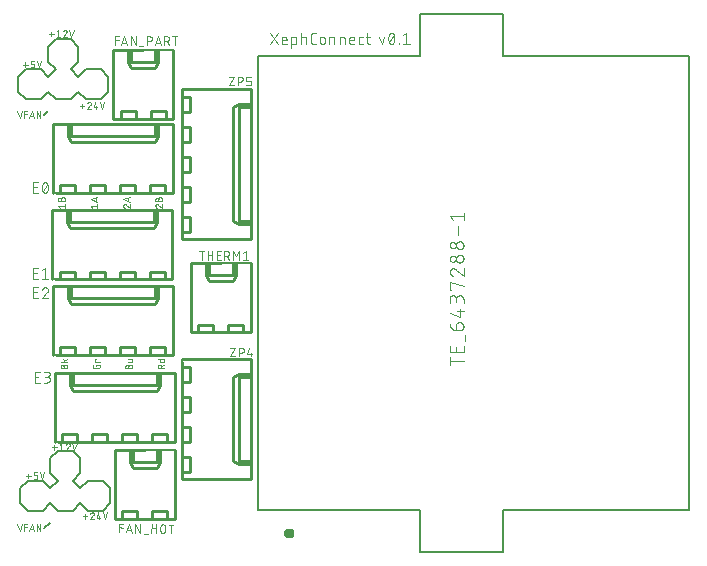
<source format=gbr>
G04 EAGLE Gerber RS-274X export*
G75*
%MOMM*%
%FSLAX34Y34*%
%LPD*%
%INSilkscreen Top*%
%IPPOS*%
%AMOC8*
5,1,8,0,0,1.08239X$1,22.5*%
G01*
%ADD10C,0.076200*%
%ADD11C,0.050800*%
%ADD12C,0.101600*%
%ADD13C,0.200000*%
%ADD14C,0.127000*%
%ADD15C,0.400000*%
%ADD16C,0.254000*%
%ADD17C,0.203200*%


D10*
X267381Y452881D02*
X273646Y462279D01*
X267381Y462279D02*
X273646Y452881D01*
X278526Y452881D02*
X281136Y452881D01*
X278526Y452881D02*
X278449Y452883D01*
X278373Y452889D01*
X278296Y452898D01*
X278220Y452911D01*
X278145Y452928D01*
X278071Y452948D01*
X277998Y452973D01*
X277927Y453000D01*
X277856Y453031D01*
X277788Y453066D01*
X277721Y453104D01*
X277656Y453145D01*
X277593Y453189D01*
X277533Y453236D01*
X277474Y453287D01*
X277419Y453340D01*
X277366Y453395D01*
X277315Y453454D01*
X277268Y453514D01*
X277224Y453577D01*
X277183Y453642D01*
X277145Y453709D01*
X277110Y453777D01*
X277079Y453848D01*
X277052Y453919D01*
X277027Y453992D01*
X277007Y454066D01*
X276990Y454141D01*
X276977Y454217D01*
X276968Y454294D01*
X276962Y454370D01*
X276960Y454447D01*
X276960Y457058D01*
X276962Y457148D01*
X276968Y457237D01*
X276977Y457327D01*
X276991Y457416D01*
X277008Y457504D01*
X277029Y457591D01*
X277054Y457678D01*
X277083Y457763D01*
X277115Y457847D01*
X277150Y457929D01*
X277190Y458010D01*
X277232Y458089D01*
X277278Y458166D01*
X277328Y458241D01*
X277380Y458314D01*
X277436Y458385D01*
X277494Y458453D01*
X277556Y458518D01*
X277620Y458581D01*
X277687Y458641D01*
X277756Y458698D01*
X277828Y458752D01*
X277902Y458803D01*
X277978Y458851D01*
X278056Y458895D01*
X278136Y458936D01*
X278218Y458974D01*
X278301Y459008D01*
X278386Y459038D01*
X278472Y459065D01*
X278558Y459088D01*
X278646Y459107D01*
X278735Y459122D01*
X278824Y459134D01*
X278913Y459142D01*
X279003Y459146D01*
X279093Y459146D01*
X279183Y459142D01*
X279272Y459134D01*
X279361Y459122D01*
X279450Y459107D01*
X279538Y459088D01*
X279624Y459065D01*
X279710Y459038D01*
X279795Y459008D01*
X279878Y458974D01*
X279960Y458936D01*
X280040Y458895D01*
X280118Y458851D01*
X280194Y458803D01*
X280268Y458752D01*
X280340Y458698D01*
X280409Y458641D01*
X280476Y458581D01*
X280540Y458518D01*
X280602Y458453D01*
X280660Y458385D01*
X280716Y458314D01*
X280768Y458241D01*
X280818Y458166D01*
X280864Y458089D01*
X280906Y458010D01*
X280946Y457929D01*
X280981Y457847D01*
X281013Y457763D01*
X281042Y457678D01*
X281067Y457591D01*
X281088Y457504D01*
X281105Y457416D01*
X281119Y457327D01*
X281128Y457237D01*
X281134Y457148D01*
X281136Y457058D01*
X281136Y456014D01*
X276960Y456014D01*
X285235Y459146D02*
X285235Y449748D01*
X285235Y459146D02*
X287845Y459146D01*
X287922Y459144D01*
X287998Y459138D01*
X288075Y459129D01*
X288151Y459116D01*
X288226Y459099D01*
X288300Y459079D01*
X288373Y459054D01*
X288444Y459027D01*
X288515Y458996D01*
X288583Y458961D01*
X288650Y458923D01*
X288715Y458882D01*
X288778Y458838D01*
X288838Y458791D01*
X288897Y458740D01*
X288952Y458687D01*
X289005Y458632D01*
X289056Y458573D01*
X289103Y458513D01*
X289147Y458450D01*
X289188Y458385D01*
X289226Y458318D01*
X289261Y458250D01*
X289292Y458179D01*
X289319Y458108D01*
X289344Y458035D01*
X289364Y457961D01*
X289381Y457886D01*
X289394Y457810D01*
X289403Y457734D01*
X289409Y457657D01*
X289411Y457580D01*
X289412Y457580D02*
X289412Y454447D01*
X289411Y454447D02*
X289409Y454370D01*
X289403Y454294D01*
X289394Y454217D01*
X289381Y454141D01*
X289364Y454066D01*
X289344Y453992D01*
X289319Y453919D01*
X289292Y453848D01*
X289261Y453777D01*
X289226Y453709D01*
X289188Y453642D01*
X289147Y453577D01*
X289103Y453514D01*
X289056Y453454D01*
X289005Y453395D01*
X288952Y453340D01*
X288897Y453287D01*
X288838Y453236D01*
X288778Y453189D01*
X288715Y453145D01*
X288650Y453104D01*
X288583Y453066D01*
X288515Y453031D01*
X288444Y453000D01*
X288373Y452973D01*
X288300Y452948D01*
X288226Y452928D01*
X288151Y452911D01*
X288075Y452898D01*
X287998Y452889D01*
X287922Y452883D01*
X287845Y452881D01*
X285235Y452881D01*
X293419Y452881D02*
X293419Y462279D01*
X293419Y459146D02*
X296029Y459146D01*
X296106Y459144D01*
X296182Y459138D01*
X296259Y459129D01*
X296335Y459116D01*
X296410Y459099D01*
X296484Y459079D01*
X296557Y459054D01*
X296628Y459027D01*
X296699Y458996D01*
X296767Y458961D01*
X296834Y458923D01*
X296899Y458882D01*
X296962Y458838D01*
X297022Y458791D01*
X297081Y458740D01*
X297136Y458687D01*
X297189Y458632D01*
X297240Y458573D01*
X297287Y458513D01*
X297331Y458450D01*
X297372Y458385D01*
X297410Y458318D01*
X297445Y458250D01*
X297476Y458179D01*
X297503Y458108D01*
X297528Y458035D01*
X297548Y457961D01*
X297565Y457886D01*
X297578Y457810D01*
X297587Y457734D01*
X297593Y457657D01*
X297595Y457580D01*
X297596Y457580D02*
X297596Y452881D01*
X303798Y452881D02*
X305887Y452881D01*
X303798Y452881D02*
X303709Y452883D01*
X303621Y452889D01*
X303533Y452898D01*
X303445Y452911D01*
X303358Y452928D01*
X303272Y452948D01*
X303187Y452973D01*
X303102Y453000D01*
X303019Y453032D01*
X302938Y453066D01*
X302858Y453105D01*
X302780Y453146D01*
X302703Y453191D01*
X302629Y453239D01*
X302556Y453290D01*
X302486Y453344D01*
X302419Y453402D01*
X302353Y453462D01*
X302291Y453524D01*
X302231Y453590D01*
X302173Y453657D01*
X302119Y453727D01*
X302068Y453800D01*
X302020Y453874D01*
X301975Y453951D01*
X301934Y454029D01*
X301895Y454109D01*
X301861Y454190D01*
X301829Y454273D01*
X301802Y454358D01*
X301777Y454443D01*
X301757Y454529D01*
X301740Y454616D01*
X301727Y454704D01*
X301718Y454792D01*
X301712Y454880D01*
X301710Y454969D01*
X301710Y460191D01*
X301712Y460282D01*
X301718Y460373D01*
X301728Y460464D01*
X301742Y460554D01*
X301759Y460643D01*
X301781Y460731D01*
X301807Y460819D01*
X301836Y460905D01*
X301869Y460990D01*
X301906Y461073D01*
X301946Y461155D01*
X301990Y461235D01*
X302037Y461313D01*
X302088Y461389D01*
X302141Y461462D01*
X302198Y461533D01*
X302259Y461602D01*
X302322Y461667D01*
X302387Y461730D01*
X302456Y461790D01*
X302527Y461848D01*
X302600Y461901D01*
X302676Y461952D01*
X302754Y461999D01*
X302834Y462043D01*
X302916Y462083D01*
X302999Y462120D01*
X303084Y462153D01*
X303170Y462182D01*
X303258Y462208D01*
X303346Y462230D01*
X303435Y462247D01*
X303525Y462261D01*
X303616Y462271D01*
X303707Y462277D01*
X303798Y462279D01*
X305887Y462279D01*
X309268Y457058D02*
X309268Y454969D01*
X309269Y457058D02*
X309271Y457148D01*
X309277Y457237D01*
X309286Y457327D01*
X309300Y457416D01*
X309317Y457504D01*
X309338Y457591D01*
X309363Y457678D01*
X309392Y457763D01*
X309424Y457847D01*
X309459Y457929D01*
X309499Y458010D01*
X309541Y458089D01*
X309587Y458166D01*
X309637Y458241D01*
X309689Y458314D01*
X309745Y458385D01*
X309803Y458453D01*
X309865Y458518D01*
X309929Y458581D01*
X309996Y458641D01*
X310065Y458698D01*
X310137Y458752D01*
X310211Y458803D01*
X310287Y458851D01*
X310365Y458895D01*
X310445Y458936D01*
X310527Y458974D01*
X310610Y459008D01*
X310695Y459038D01*
X310781Y459065D01*
X310867Y459088D01*
X310955Y459107D01*
X311044Y459122D01*
X311133Y459134D01*
X311222Y459142D01*
X311312Y459146D01*
X311402Y459146D01*
X311492Y459142D01*
X311581Y459134D01*
X311670Y459122D01*
X311759Y459107D01*
X311847Y459088D01*
X311933Y459065D01*
X312019Y459038D01*
X312104Y459008D01*
X312187Y458974D01*
X312269Y458936D01*
X312349Y458895D01*
X312427Y458851D01*
X312503Y458803D01*
X312577Y458752D01*
X312649Y458698D01*
X312718Y458641D01*
X312785Y458581D01*
X312849Y458518D01*
X312911Y458453D01*
X312969Y458385D01*
X313025Y458314D01*
X313077Y458241D01*
X313127Y458166D01*
X313173Y458089D01*
X313215Y458010D01*
X313255Y457929D01*
X313290Y457847D01*
X313322Y457763D01*
X313351Y457678D01*
X313376Y457591D01*
X313397Y457504D01*
X313414Y457416D01*
X313428Y457327D01*
X313437Y457237D01*
X313443Y457148D01*
X313445Y457058D01*
X313445Y454969D01*
X313443Y454879D01*
X313437Y454790D01*
X313428Y454700D01*
X313414Y454611D01*
X313397Y454523D01*
X313376Y454436D01*
X313351Y454349D01*
X313322Y454264D01*
X313290Y454180D01*
X313255Y454098D01*
X313215Y454017D01*
X313173Y453938D01*
X313127Y453861D01*
X313077Y453786D01*
X313025Y453713D01*
X312969Y453642D01*
X312911Y453574D01*
X312849Y453509D01*
X312785Y453446D01*
X312718Y453386D01*
X312649Y453329D01*
X312577Y453275D01*
X312503Y453224D01*
X312427Y453176D01*
X312349Y453132D01*
X312269Y453091D01*
X312187Y453053D01*
X312104Y453019D01*
X312019Y452989D01*
X311933Y452962D01*
X311847Y452939D01*
X311759Y452920D01*
X311670Y452905D01*
X311581Y452893D01*
X311492Y452885D01*
X311402Y452881D01*
X311312Y452881D01*
X311222Y452885D01*
X311133Y452893D01*
X311044Y452905D01*
X310955Y452920D01*
X310867Y452939D01*
X310781Y452962D01*
X310695Y452989D01*
X310610Y453019D01*
X310527Y453053D01*
X310445Y453091D01*
X310365Y453132D01*
X310287Y453176D01*
X310211Y453224D01*
X310137Y453275D01*
X310065Y453329D01*
X309996Y453386D01*
X309929Y453446D01*
X309865Y453509D01*
X309803Y453574D01*
X309745Y453642D01*
X309689Y453713D01*
X309637Y453786D01*
X309587Y453861D01*
X309541Y453938D01*
X309499Y454017D01*
X309459Y454098D01*
X309424Y454180D01*
X309392Y454264D01*
X309363Y454349D01*
X309338Y454436D01*
X309317Y454523D01*
X309300Y454611D01*
X309286Y454700D01*
X309277Y454790D01*
X309271Y454879D01*
X309269Y454969D01*
X317498Y452881D02*
X317498Y459146D01*
X320108Y459146D01*
X320185Y459144D01*
X320261Y459138D01*
X320338Y459129D01*
X320414Y459116D01*
X320489Y459099D01*
X320563Y459079D01*
X320636Y459054D01*
X320707Y459027D01*
X320778Y458996D01*
X320846Y458961D01*
X320913Y458923D01*
X320978Y458882D01*
X321041Y458838D01*
X321101Y458791D01*
X321160Y458740D01*
X321215Y458687D01*
X321268Y458632D01*
X321319Y458573D01*
X321366Y458513D01*
X321410Y458450D01*
X321451Y458385D01*
X321489Y458318D01*
X321524Y458250D01*
X321555Y458179D01*
X321582Y458108D01*
X321607Y458035D01*
X321627Y457961D01*
X321644Y457886D01*
X321657Y457810D01*
X321666Y457734D01*
X321672Y457657D01*
X321674Y457580D01*
X321675Y457580D02*
X321675Y452881D01*
X326032Y452881D02*
X326032Y459146D01*
X328643Y459146D01*
X328720Y459144D01*
X328796Y459138D01*
X328873Y459129D01*
X328949Y459116D01*
X329024Y459099D01*
X329098Y459079D01*
X329171Y459054D01*
X329242Y459027D01*
X329313Y458996D01*
X329381Y458961D01*
X329448Y458923D01*
X329513Y458882D01*
X329576Y458838D01*
X329636Y458791D01*
X329695Y458740D01*
X329750Y458687D01*
X329803Y458632D01*
X329854Y458573D01*
X329901Y458513D01*
X329945Y458450D01*
X329986Y458385D01*
X330024Y458318D01*
X330059Y458250D01*
X330090Y458179D01*
X330117Y458108D01*
X330142Y458035D01*
X330162Y457961D01*
X330179Y457886D01*
X330192Y457810D01*
X330201Y457734D01*
X330207Y457657D01*
X330209Y457580D01*
X330209Y452881D01*
X335828Y452881D02*
X338439Y452881D01*
X335828Y452881D02*
X335751Y452883D01*
X335675Y452889D01*
X335598Y452898D01*
X335522Y452911D01*
X335447Y452928D01*
X335373Y452948D01*
X335300Y452973D01*
X335229Y453000D01*
X335158Y453031D01*
X335090Y453066D01*
X335023Y453104D01*
X334958Y453145D01*
X334895Y453189D01*
X334835Y453236D01*
X334776Y453287D01*
X334721Y453340D01*
X334668Y453395D01*
X334617Y453454D01*
X334570Y453514D01*
X334526Y453577D01*
X334485Y453642D01*
X334447Y453709D01*
X334412Y453777D01*
X334381Y453848D01*
X334354Y453919D01*
X334329Y453992D01*
X334309Y454066D01*
X334292Y454141D01*
X334279Y454217D01*
X334270Y454294D01*
X334264Y454370D01*
X334262Y454447D01*
X334262Y457058D01*
X334264Y457148D01*
X334270Y457237D01*
X334279Y457327D01*
X334293Y457416D01*
X334310Y457504D01*
X334331Y457591D01*
X334356Y457678D01*
X334385Y457763D01*
X334417Y457847D01*
X334452Y457929D01*
X334492Y458010D01*
X334534Y458089D01*
X334580Y458166D01*
X334630Y458241D01*
X334682Y458314D01*
X334738Y458385D01*
X334796Y458453D01*
X334858Y458518D01*
X334922Y458581D01*
X334989Y458641D01*
X335058Y458698D01*
X335130Y458752D01*
X335204Y458803D01*
X335280Y458851D01*
X335358Y458895D01*
X335438Y458936D01*
X335520Y458974D01*
X335603Y459008D01*
X335688Y459038D01*
X335774Y459065D01*
X335860Y459088D01*
X335948Y459107D01*
X336037Y459122D01*
X336126Y459134D01*
X336215Y459142D01*
X336305Y459146D01*
X336395Y459146D01*
X336485Y459142D01*
X336574Y459134D01*
X336663Y459122D01*
X336752Y459107D01*
X336840Y459088D01*
X336926Y459065D01*
X337012Y459038D01*
X337097Y459008D01*
X337180Y458974D01*
X337262Y458936D01*
X337342Y458895D01*
X337420Y458851D01*
X337496Y458803D01*
X337570Y458752D01*
X337642Y458698D01*
X337711Y458641D01*
X337778Y458581D01*
X337842Y458518D01*
X337904Y458453D01*
X337962Y458385D01*
X338018Y458314D01*
X338070Y458241D01*
X338120Y458166D01*
X338166Y458089D01*
X338208Y458010D01*
X338248Y457929D01*
X338283Y457847D01*
X338315Y457763D01*
X338344Y457678D01*
X338369Y457591D01*
X338390Y457504D01*
X338407Y457416D01*
X338421Y457327D01*
X338430Y457237D01*
X338436Y457148D01*
X338438Y457058D01*
X338439Y457058D02*
X338439Y456014D01*
X334262Y456014D01*
X343763Y452881D02*
X345851Y452881D01*
X343763Y452881D02*
X343686Y452883D01*
X343610Y452889D01*
X343533Y452898D01*
X343457Y452911D01*
X343382Y452928D01*
X343308Y452948D01*
X343235Y452973D01*
X343164Y453000D01*
X343093Y453031D01*
X343025Y453066D01*
X342958Y453104D01*
X342893Y453145D01*
X342830Y453189D01*
X342770Y453236D01*
X342711Y453287D01*
X342656Y453340D01*
X342603Y453395D01*
X342552Y453454D01*
X342505Y453514D01*
X342461Y453577D01*
X342420Y453642D01*
X342382Y453709D01*
X342347Y453777D01*
X342316Y453848D01*
X342289Y453919D01*
X342264Y453992D01*
X342244Y454066D01*
X342227Y454141D01*
X342214Y454217D01*
X342205Y454294D01*
X342199Y454370D01*
X342197Y454447D01*
X342197Y457580D01*
X342199Y457657D01*
X342205Y457733D01*
X342214Y457810D01*
X342227Y457886D01*
X342244Y457961D01*
X342264Y458035D01*
X342289Y458108D01*
X342316Y458179D01*
X342347Y458250D01*
X342382Y458318D01*
X342420Y458385D01*
X342461Y458450D01*
X342505Y458513D01*
X342552Y458573D01*
X342603Y458632D01*
X342656Y458687D01*
X342711Y458740D01*
X342770Y458791D01*
X342830Y458838D01*
X342893Y458882D01*
X342958Y458923D01*
X343025Y458961D01*
X343093Y458996D01*
X343164Y459027D01*
X343235Y459054D01*
X343308Y459079D01*
X343382Y459099D01*
X343457Y459116D01*
X343533Y459129D01*
X343610Y459138D01*
X343686Y459144D01*
X343763Y459146D01*
X345851Y459146D01*
X348428Y459146D02*
X351561Y459146D01*
X349472Y462279D02*
X349472Y454447D01*
X349473Y454447D02*
X349475Y454370D01*
X349481Y454294D01*
X349490Y454217D01*
X349503Y454141D01*
X349520Y454066D01*
X349540Y453992D01*
X349565Y453919D01*
X349592Y453848D01*
X349623Y453777D01*
X349658Y453709D01*
X349696Y453642D01*
X349737Y453577D01*
X349781Y453514D01*
X349828Y453454D01*
X349879Y453395D01*
X349932Y453340D01*
X349987Y453287D01*
X350046Y453236D01*
X350106Y453189D01*
X350169Y453145D01*
X350234Y453104D01*
X350301Y453066D01*
X350369Y453031D01*
X350440Y453000D01*
X350511Y452973D01*
X350584Y452948D01*
X350658Y452928D01*
X350733Y452911D01*
X350809Y452898D01*
X350886Y452889D01*
X350962Y452883D01*
X351039Y452881D01*
X351561Y452881D01*
X361648Y452881D02*
X359560Y459146D01*
X363737Y459146D02*
X361648Y452881D01*
X367267Y457580D02*
X367269Y457765D01*
X367276Y457950D01*
X367287Y458134D01*
X367302Y458318D01*
X367322Y458502D01*
X367346Y458686D01*
X367375Y458868D01*
X367408Y459050D01*
X367445Y459231D01*
X367487Y459411D01*
X367533Y459591D01*
X367583Y459769D01*
X367637Y459945D01*
X367696Y460121D01*
X367758Y460295D01*
X367825Y460467D01*
X367896Y460638D01*
X367971Y460807D01*
X368050Y460974D01*
X368080Y461054D01*
X368113Y461133D01*
X368150Y461210D01*
X368190Y461286D01*
X368233Y461360D01*
X368279Y461432D01*
X368329Y461501D01*
X368381Y461569D01*
X368437Y461634D01*
X368495Y461697D01*
X368557Y461756D01*
X368620Y461814D01*
X368687Y461868D01*
X368755Y461919D01*
X368826Y461967D01*
X368899Y462012D01*
X368973Y462054D01*
X369050Y462092D01*
X369128Y462127D01*
X369207Y462159D01*
X369288Y462187D01*
X369370Y462211D01*
X369454Y462232D01*
X369537Y462249D01*
X369622Y462262D01*
X369707Y462271D01*
X369792Y462277D01*
X369878Y462279D01*
X369964Y462277D01*
X370049Y462271D01*
X370134Y462262D01*
X370219Y462249D01*
X370302Y462232D01*
X370386Y462211D01*
X370468Y462187D01*
X370549Y462159D01*
X370628Y462127D01*
X370706Y462092D01*
X370783Y462054D01*
X370857Y462012D01*
X370930Y461967D01*
X371001Y461919D01*
X371069Y461868D01*
X371136Y461814D01*
X371199Y461756D01*
X371261Y461697D01*
X371319Y461634D01*
X371375Y461569D01*
X371427Y461501D01*
X371477Y461432D01*
X371523Y461360D01*
X371566Y461286D01*
X371606Y461210D01*
X371643Y461133D01*
X371676Y461054D01*
X371706Y460974D01*
X371785Y460807D01*
X371860Y460638D01*
X371931Y460467D01*
X371998Y460295D01*
X372060Y460121D01*
X372119Y459945D01*
X372173Y459769D01*
X372223Y459591D01*
X372269Y459411D01*
X372311Y459231D01*
X372348Y459050D01*
X372381Y458868D01*
X372410Y458686D01*
X372434Y458502D01*
X372454Y458318D01*
X372469Y458134D01*
X372480Y457950D01*
X372487Y457765D01*
X372489Y457580D01*
X367267Y457580D02*
X367269Y457395D01*
X367276Y457210D01*
X367287Y457026D01*
X367302Y456842D01*
X367322Y456658D01*
X367346Y456474D01*
X367375Y456292D01*
X367408Y456110D01*
X367445Y455929D01*
X367487Y455749D01*
X367533Y455569D01*
X367583Y455391D01*
X367637Y455215D01*
X367696Y455039D01*
X367758Y454865D01*
X367825Y454693D01*
X367896Y454522D01*
X367971Y454353D01*
X368050Y454186D01*
X368080Y454106D01*
X368113Y454027D01*
X368150Y453950D01*
X368190Y453874D01*
X368233Y453800D01*
X368279Y453728D01*
X368329Y453659D01*
X368382Y453591D01*
X368437Y453526D01*
X368496Y453463D01*
X368557Y453404D01*
X368620Y453346D01*
X368687Y453292D01*
X368755Y453241D01*
X368826Y453193D01*
X368899Y453148D01*
X368973Y453106D01*
X369050Y453068D01*
X369128Y453033D01*
X369207Y453001D01*
X369288Y452973D01*
X369370Y452949D01*
X369454Y452928D01*
X369537Y452911D01*
X369622Y452898D01*
X369707Y452889D01*
X369792Y452883D01*
X369878Y452881D01*
X371706Y454186D02*
X371785Y454353D01*
X371860Y454522D01*
X371931Y454693D01*
X371998Y454865D01*
X372060Y455039D01*
X372119Y455215D01*
X372173Y455391D01*
X372223Y455569D01*
X372269Y455749D01*
X372311Y455929D01*
X372348Y456110D01*
X372381Y456292D01*
X372410Y456474D01*
X372434Y456658D01*
X372454Y456842D01*
X372469Y457026D01*
X372480Y457210D01*
X372487Y457395D01*
X372489Y457580D01*
X371706Y454186D02*
X371676Y454106D01*
X371643Y454027D01*
X371606Y453950D01*
X371566Y453874D01*
X371523Y453800D01*
X371477Y453728D01*
X371427Y453659D01*
X371375Y453591D01*
X371319Y453526D01*
X371261Y453463D01*
X371199Y453404D01*
X371136Y453346D01*
X371069Y453292D01*
X371001Y453241D01*
X370930Y453193D01*
X370857Y453148D01*
X370783Y453106D01*
X370706Y453068D01*
X370628Y453033D01*
X370549Y453001D01*
X370468Y452973D01*
X370386Y452949D01*
X370302Y452928D01*
X370219Y452911D01*
X370134Y452898D01*
X370049Y452889D01*
X369964Y452883D01*
X369878Y452881D01*
X367789Y454969D02*
X371966Y460191D01*
X376018Y453403D02*
X376018Y452881D01*
X376018Y453403D02*
X376540Y453403D01*
X376540Y452881D01*
X376018Y452881D01*
X380069Y460191D02*
X382679Y462279D01*
X382679Y452881D01*
X380069Y452881D02*
X385290Y452881D01*
D11*
X89104Y314254D02*
X87862Y315806D01*
X93450Y315806D01*
X93450Y314254D02*
X93450Y317358D01*
X90346Y320006D02*
X90346Y321558D01*
X90348Y321635D01*
X90354Y321713D01*
X90363Y321789D01*
X90377Y321866D01*
X90394Y321941D01*
X90415Y322015D01*
X90440Y322089D01*
X90468Y322161D01*
X90500Y322231D01*
X90535Y322300D01*
X90574Y322367D01*
X90616Y322432D01*
X90661Y322495D01*
X90709Y322556D01*
X90760Y322614D01*
X90814Y322669D01*
X90871Y322722D01*
X90930Y322771D01*
X90992Y322818D01*
X91056Y322862D01*
X91122Y322902D01*
X91190Y322939D01*
X91260Y322973D01*
X91331Y323003D01*
X91404Y323029D01*
X91478Y323052D01*
X91553Y323071D01*
X91628Y323086D01*
X91705Y323098D01*
X91782Y323106D01*
X91859Y323110D01*
X91937Y323110D01*
X92014Y323106D01*
X92091Y323098D01*
X92168Y323086D01*
X92243Y323071D01*
X92318Y323052D01*
X92392Y323029D01*
X92465Y323003D01*
X92536Y322973D01*
X92606Y322939D01*
X92674Y322902D01*
X92740Y322862D01*
X92804Y322818D01*
X92866Y322771D01*
X92925Y322722D01*
X92982Y322669D01*
X93036Y322614D01*
X93087Y322556D01*
X93135Y322495D01*
X93180Y322432D01*
X93222Y322367D01*
X93261Y322300D01*
X93296Y322231D01*
X93328Y322161D01*
X93356Y322089D01*
X93381Y322015D01*
X93402Y321941D01*
X93419Y321866D01*
X93433Y321789D01*
X93442Y321713D01*
X93448Y321635D01*
X93450Y321558D01*
X93450Y320006D01*
X87862Y320006D01*
X87862Y321558D01*
X87864Y321628D01*
X87870Y321697D01*
X87880Y321766D01*
X87893Y321834D01*
X87911Y321902D01*
X87932Y321968D01*
X87957Y322033D01*
X87985Y322097D01*
X88017Y322159D01*
X88052Y322219D01*
X88091Y322277D01*
X88133Y322332D01*
X88178Y322386D01*
X88226Y322436D01*
X88276Y322484D01*
X88330Y322529D01*
X88385Y322571D01*
X88443Y322610D01*
X88503Y322645D01*
X88565Y322677D01*
X88629Y322705D01*
X88694Y322730D01*
X88760Y322751D01*
X88828Y322769D01*
X88896Y322782D01*
X88965Y322792D01*
X89034Y322798D01*
X89104Y322800D01*
X89174Y322798D01*
X89243Y322792D01*
X89312Y322782D01*
X89380Y322769D01*
X89448Y322751D01*
X89514Y322730D01*
X89579Y322705D01*
X89643Y322677D01*
X89705Y322645D01*
X89765Y322610D01*
X89823Y322571D01*
X89878Y322529D01*
X89932Y322484D01*
X89982Y322436D01*
X90030Y322386D01*
X90075Y322332D01*
X90117Y322277D01*
X90156Y322219D01*
X90191Y322159D01*
X90223Y322097D01*
X90251Y322033D01*
X90276Y321968D01*
X90297Y321902D01*
X90315Y321834D01*
X90328Y321766D01*
X90338Y321697D01*
X90344Y321628D01*
X90346Y321558D01*
X115294Y315806D02*
X116536Y314254D01*
X115294Y315806D02*
X120882Y315806D01*
X120882Y314254D02*
X120882Y317358D01*
X120882Y319430D02*
X115294Y321293D01*
X120882Y323155D01*
X119485Y322690D02*
X119485Y319896D01*
X142726Y315961D02*
X142728Y316034D01*
X142734Y316107D01*
X142743Y316180D01*
X142757Y316251D01*
X142774Y316323D01*
X142794Y316393D01*
X142819Y316462D01*
X142847Y316529D01*
X142878Y316595D01*
X142913Y316660D01*
X142951Y316722D01*
X142993Y316782D01*
X143037Y316840D01*
X143085Y316896D01*
X143135Y316949D01*
X143188Y316999D01*
X143244Y317047D01*
X143302Y317091D01*
X143362Y317133D01*
X143425Y317171D01*
X143489Y317206D01*
X143555Y317237D01*
X143622Y317265D01*
X143691Y317290D01*
X143761Y317310D01*
X143833Y317327D01*
X143904Y317341D01*
X143977Y317350D01*
X144050Y317356D01*
X144123Y317358D01*
X142726Y315961D02*
X142728Y315877D01*
X142734Y315794D01*
X142743Y315711D01*
X142757Y315628D01*
X142774Y315547D01*
X142796Y315466D01*
X142821Y315386D01*
X142849Y315308D01*
X142881Y315230D01*
X142917Y315155D01*
X142956Y315081D01*
X142999Y315009D01*
X143045Y314939D01*
X143094Y314872D01*
X143147Y314806D01*
X143202Y314744D01*
X143260Y314684D01*
X143321Y314626D01*
X143384Y314572D01*
X143450Y314520D01*
X143518Y314472D01*
X143589Y314427D01*
X143661Y314385D01*
X143736Y314347D01*
X143812Y314312D01*
X143889Y314281D01*
X143968Y314253D01*
X145209Y316892D02*
X145156Y316946D01*
X145099Y316997D01*
X145040Y317045D01*
X144979Y317090D01*
X144916Y317131D01*
X144850Y317170D01*
X144783Y317205D01*
X144714Y317237D01*
X144643Y317265D01*
X144572Y317289D01*
X144499Y317310D01*
X144425Y317327D01*
X144350Y317341D01*
X144275Y317350D01*
X144199Y317356D01*
X144123Y317358D01*
X145210Y316893D02*
X148314Y314254D01*
X148314Y317358D01*
X148314Y319430D02*
X142726Y321293D01*
X148314Y323155D01*
X146917Y322690D02*
X146917Y319896D01*
X170158Y315961D02*
X170160Y316034D01*
X170166Y316107D01*
X170175Y316180D01*
X170189Y316251D01*
X170206Y316323D01*
X170226Y316393D01*
X170251Y316462D01*
X170279Y316529D01*
X170310Y316595D01*
X170345Y316660D01*
X170383Y316722D01*
X170425Y316782D01*
X170469Y316840D01*
X170517Y316896D01*
X170567Y316949D01*
X170620Y316999D01*
X170676Y317047D01*
X170734Y317091D01*
X170794Y317133D01*
X170857Y317171D01*
X170921Y317206D01*
X170987Y317237D01*
X171054Y317265D01*
X171123Y317290D01*
X171193Y317310D01*
X171265Y317327D01*
X171336Y317341D01*
X171409Y317350D01*
X171482Y317356D01*
X171555Y317358D01*
X170158Y315961D02*
X170160Y315877D01*
X170166Y315794D01*
X170175Y315711D01*
X170189Y315628D01*
X170206Y315547D01*
X170228Y315466D01*
X170253Y315386D01*
X170281Y315308D01*
X170313Y315230D01*
X170349Y315155D01*
X170388Y315081D01*
X170431Y315009D01*
X170477Y314939D01*
X170526Y314872D01*
X170579Y314806D01*
X170634Y314744D01*
X170692Y314684D01*
X170753Y314626D01*
X170816Y314572D01*
X170882Y314520D01*
X170950Y314472D01*
X171021Y314427D01*
X171093Y314385D01*
X171168Y314347D01*
X171244Y314312D01*
X171321Y314281D01*
X171400Y314253D01*
X172641Y316892D02*
X172588Y316946D01*
X172531Y316997D01*
X172472Y317045D01*
X172411Y317090D01*
X172348Y317131D01*
X172282Y317170D01*
X172215Y317205D01*
X172146Y317237D01*
X172075Y317265D01*
X172004Y317289D01*
X171931Y317310D01*
X171857Y317327D01*
X171782Y317341D01*
X171707Y317350D01*
X171631Y317356D01*
X171555Y317358D01*
X172642Y316893D02*
X175746Y314254D01*
X175746Y317358D01*
X172642Y320006D02*
X172642Y321558D01*
X172644Y321635D01*
X172650Y321713D01*
X172659Y321789D01*
X172673Y321866D01*
X172690Y321941D01*
X172711Y322015D01*
X172736Y322089D01*
X172764Y322161D01*
X172796Y322231D01*
X172831Y322300D01*
X172870Y322367D01*
X172912Y322432D01*
X172957Y322495D01*
X173005Y322556D01*
X173056Y322614D01*
X173110Y322669D01*
X173167Y322722D01*
X173226Y322771D01*
X173288Y322818D01*
X173352Y322862D01*
X173418Y322902D01*
X173486Y322939D01*
X173556Y322973D01*
X173627Y323003D01*
X173700Y323029D01*
X173774Y323052D01*
X173849Y323071D01*
X173924Y323086D01*
X174001Y323098D01*
X174078Y323106D01*
X174155Y323110D01*
X174233Y323110D01*
X174310Y323106D01*
X174387Y323098D01*
X174464Y323086D01*
X174539Y323071D01*
X174614Y323052D01*
X174688Y323029D01*
X174761Y323003D01*
X174832Y322973D01*
X174902Y322939D01*
X174970Y322902D01*
X175036Y322862D01*
X175100Y322818D01*
X175162Y322771D01*
X175221Y322722D01*
X175278Y322669D01*
X175332Y322614D01*
X175383Y322556D01*
X175431Y322495D01*
X175476Y322432D01*
X175518Y322367D01*
X175557Y322300D01*
X175592Y322231D01*
X175624Y322161D01*
X175652Y322089D01*
X175677Y322015D01*
X175698Y321941D01*
X175715Y321866D01*
X175729Y321789D01*
X175738Y321713D01*
X175744Y321635D01*
X175746Y321558D01*
X175746Y320006D01*
X170158Y320006D01*
X170158Y321558D01*
X170160Y321628D01*
X170166Y321697D01*
X170176Y321766D01*
X170189Y321834D01*
X170207Y321902D01*
X170228Y321968D01*
X170253Y322033D01*
X170281Y322097D01*
X170313Y322159D01*
X170348Y322219D01*
X170387Y322277D01*
X170429Y322332D01*
X170474Y322386D01*
X170522Y322436D01*
X170572Y322484D01*
X170626Y322529D01*
X170681Y322571D01*
X170739Y322610D01*
X170799Y322645D01*
X170861Y322677D01*
X170925Y322705D01*
X170990Y322730D01*
X171056Y322751D01*
X171124Y322769D01*
X171192Y322782D01*
X171261Y322792D01*
X171330Y322798D01*
X171400Y322800D01*
X171470Y322798D01*
X171539Y322792D01*
X171608Y322782D01*
X171676Y322769D01*
X171744Y322751D01*
X171810Y322730D01*
X171875Y322705D01*
X171939Y322677D01*
X172001Y322645D01*
X172061Y322610D01*
X172119Y322571D01*
X172174Y322529D01*
X172228Y322484D01*
X172278Y322436D01*
X172326Y322386D01*
X172371Y322332D01*
X172413Y322277D01*
X172452Y322219D01*
X172487Y322159D01*
X172519Y322097D01*
X172547Y322033D01*
X172572Y321968D01*
X172593Y321902D01*
X172611Y321834D01*
X172624Y321766D01*
X172634Y321697D01*
X172640Y321628D01*
X172642Y321558D01*
D12*
X419308Y184254D02*
X430992Y184254D01*
X419308Y181008D02*
X419308Y187499D01*
X430992Y192080D02*
X430992Y197272D01*
X430992Y192080D02*
X419308Y192080D01*
X419308Y197272D01*
X424501Y195974D02*
X424501Y192080D01*
X432290Y201088D02*
X432290Y206281D01*
X424501Y210726D02*
X424501Y214621D01*
X424503Y214720D01*
X424509Y214820D01*
X424518Y214919D01*
X424531Y215017D01*
X424548Y215115D01*
X424569Y215213D01*
X424594Y215309D01*
X424622Y215404D01*
X424654Y215498D01*
X424689Y215591D01*
X424728Y215683D01*
X424771Y215773D01*
X424816Y215861D01*
X424866Y215948D01*
X424918Y216032D01*
X424974Y216115D01*
X425032Y216195D01*
X425094Y216273D01*
X425159Y216348D01*
X425227Y216421D01*
X425297Y216491D01*
X425370Y216559D01*
X425445Y216624D01*
X425523Y216686D01*
X425603Y216744D01*
X425686Y216800D01*
X425770Y216852D01*
X425857Y216902D01*
X425945Y216947D01*
X426035Y216990D01*
X426127Y217029D01*
X426220Y217064D01*
X426314Y217096D01*
X426409Y217124D01*
X426505Y217149D01*
X426603Y217170D01*
X426701Y217187D01*
X426799Y217200D01*
X426898Y217209D01*
X426998Y217215D01*
X427097Y217217D01*
X427746Y217217D01*
X427746Y217218D02*
X427859Y217216D01*
X427972Y217210D01*
X428085Y217200D01*
X428198Y217186D01*
X428310Y217169D01*
X428421Y217147D01*
X428531Y217122D01*
X428641Y217092D01*
X428749Y217059D01*
X428856Y217022D01*
X428962Y216982D01*
X429066Y216937D01*
X429169Y216889D01*
X429270Y216838D01*
X429369Y216783D01*
X429466Y216725D01*
X429561Y216663D01*
X429654Y216598D01*
X429744Y216530D01*
X429832Y216459D01*
X429918Y216384D01*
X430001Y216307D01*
X430081Y216227D01*
X430158Y216144D01*
X430233Y216058D01*
X430304Y215970D01*
X430372Y215880D01*
X430437Y215787D01*
X430499Y215692D01*
X430557Y215595D01*
X430612Y215496D01*
X430663Y215395D01*
X430711Y215292D01*
X430756Y215188D01*
X430796Y215082D01*
X430833Y214975D01*
X430866Y214867D01*
X430896Y214757D01*
X430921Y214647D01*
X430943Y214536D01*
X430960Y214424D01*
X430974Y214311D01*
X430984Y214198D01*
X430990Y214085D01*
X430992Y213972D01*
X430990Y213859D01*
X430984Y213746D01*
X430974Y213633D01*
X430960Y213520D01*
X430943Y213408D01*
X430921Y213297D01*
X430896Y213187D01*
X430866Y213077D01*
X430833Y212969D01*
X430796Y212862D01*
X430756Y212756D01*
X430711Y212652D01*
X430663Y212549D01*
X430612Y212448D01*
X430557Y212349D01*
X430499Y212252D01*
X430437Y212157D01*
X430372Y212064D01*
X430304Y211974D01*
X430233Y211886D01*
X430158Y211800D01*
X430081Y211717D01*
X430001Y211637D01*
X429918Y211560D01*
X429832Y211485D01*
X429744Y211414D01*
X429654Y211346D01*
X429561Y211281D01*
X429466Y211219D01*
X429369Y211161D01*
X429270Y211106D01*
X429169Y211055D01*
X429066Y211007D01*
X428962Y210962D01*
X428856Y210922D01*
X428749Y210885D01*
X428641Y210852D01*
X428531Y210822D01*
X428421Y210797D01*
X428310Y210775D01*
X428198Y210758D01*
X428085Y210744D01*
X427972Y210734D01*
X427859Y210728D01*
X427746Y210726D01*
X424501Y210726D01*
X424358Y210728D01*
X424215Y210734D01*
X424072Y210744D01*
X423930Y210758D01*
X423788Y210775D01*
X423646Y210797D01*
X423505Y210822D01*
X423365Y210852D01*
X423226Y210885D01*
X423088Y210922D01*
X422951Y210963D01*
X422815Y211007D01*
X422680Y211056D01*
X422547Y211108D01*
X422415Y211163D01*
X422285Y211223D01*
X422156Y211286D01*
X422029Y211352D01*
X421905Y211422D01*
X421782Y211495D01*
X421661Y211572D01*
X421542Y211651D01*
X421426Y211735D01*
X421311Y211821D01*
X421200Y211910D01*
X421091Y212003D01*
X420984Y212098D01*
X420880Y212197D01*
X420779Y212298D01*
X420680Y212402D01*
X420585Y212508D01*
X420492Y212618D01*
X420403Y212729D01*
X420317Y212843D01*
X420234Y212960D01*
X420154Y213079D01*
X420077Y213200D01*
X420004Y213322D01*
X419934Y213447D01*
X419868Y213574D01*
X419805Y213703D01*
X419745Y213833D01*
X419690Y213965D01*
X419638Y214098D01*
X419589Y214233D01*
X419545Y214369D01*
X419504Y214506D01*
X419467Y214644D01*
X419434Y214783D01*
X419404Y214923D01*
X419379Y215064D01*
X419357Y215206D01*
X419340Y215348D01*
X419326Y215490D01*
X419316Y215633D01*
X419310Y215776D01*
X419308Y215919D01*
X419308Y224752D02*
X428396Y222156D01*
X428396Y228647D01*
X425799Y226700D02*
X430992Y226700D01*
X430992Y233586D02*
X430992Y236831D01*
X430990Y236944D01*
X430984Y237057D01*
X430974Y237170D01*
X430960Y237283D01*
X430943Y237395D01*
X430921Y237506D01*
X430896Y237616D01*
X430866Y237726D01*
X430833Y237834D01*
X430796Y237941D01*
X430756Y238047D01*
X430711Y238151D01*
X430663Y238254D01*
X430612Y238355D01*
X430557Y238454D01*
X430499Y238551D01*
X430437Y238646D01*
X430372Y238739D01*
X430304Y238829D01*
X430233Y238917D01*
X430158Y239003D01*
X430081Y239086D01*
X430001Y239166D01*
X429918Y239243D01*
X429832Y239318D01*
X429744Y239389D01*
X429654Y239457D01*
X429561Y239522D01*
X429466Y239584D01*
X429369Y239642D01*
X429270Y239697D01*
X429169Y239748D01*
X429066Y239796D01*
X428962Y239841D01*
X428856Y239881D01*
X428749Y239918D01*
X428641Y239951D01*
X428531Y239981D01*
X428421Y240006D01*
X428310Y240028D01*
X428198Y240045D01*
X428085Y240059D01*
X427972Y240069D01*
X427859Y240075D01*
X427746Y240077D01*
X427633Y240075D01*
X427520Y240069D01*
X427407Y240059D01*
X427294Y240045D01*
X427182Y240028D01*
X427071Y240006D01*
X426961Y239981D01*
X426851Y239951D01*
X426743Y239918D01*
X426636Y239881D01*
X426530Y239841D01*
X426426Y239796D01*
X426323Y239748D01*
X426222Y239697D01*
X426123Y239642D01*
X426026Y239584D01*
X425931Y239522D01*
X425838Y239457D01*
X425748Y239389D01*
X425660Y239318D01*
X425574Y239243D01*
X425491Y239166D01*
X425411Y239086D01*
X425334Y239003D01*
X425259Y238917D01*
X425188Y238829D01*
X425120Y238739D01*
X425055Y238646D01*
X424993Y238551D01*
X424935Y238454D01*
X424880Y238355D01*
X424829Y238254D01*
X424781Y238151D01*
X424736Y238047D01*
X424696Y237941D01*
X424659Y237834D01*
X424626Y237726D01*
X424596Y237616D01*
X424571Y237506D01*
X424549Y237395D01*
X424532Y237283D01*
X424518Y237170D01*
X424508Y237057D01*
X424502Y236944D01*
X424500Y236831D01*
X419308Y237481D02*
X419308Y233586D01*
X419308Y237481D02*
X419310Y237582D01*
X419316Y237682D01*
X419326Y237782D01*
X419339Y237882D01*
X419357Y237981D01*
X419378Y238080D01*
X419403Y238177D01*
X419432Y238274D01*
X419465Y238369D01*
X419501Y238463D01*
X419541Y238555D01*
X419584Y238646D01*
X419631Y238735D01*
X419681Y238822D01*
X419735Y238908D01*
X419792Y238991D01*
X419852Y239071D01*
X419915Y239150D01*
X419982Y239226D01*
X420051Y239299D01*
X420123Y239369D01*
X420197Y239437D01*
X420274Y239502D01*
X420354Y239563D01*
X420436Y239622D01*
X420520Y239677D01*
X420606Y239729D01*
X420694Y239778D01*
X420784Y239823D01*
X420876Y239865D01*
X420969Y239903D01*
X421064Y239937D01*
X421159Y239968D01*
X421256Y239995D01*
X421354Y240018D01*
X421453Y240038D01*
X421553Y240053D01*
X421653Y240065D01*
X421753Y240073D01*
X421854Y240077D01*
X421954Y240077D01*
X422055Y240073D01*
X422155Y240065D01*
X422255Y240053D01*
X422355Y240038D01*
X422454Y240018D01*
X422552Y239995D01*
X422649Y239968D01*
X422744Y239937D01*
X422839Y239903D01*
X422932Y239865D01*
X423024Y239823D01*
X423114Y239778D01*
X423202Y239729D01*
X423288Y239677D01*
X423372Y239622D01*
X423454Y239563D01*
X423534Y239502D01*
X423611Y239437D01*
X423685Y239369D01*
X423757Y239299D01*
X423826Y239226D01*
X423893Y239150D01*
X423956Y239071D01*
X424016Y238991D01*
X424073Y238908D01*
X424127Y238822D01*
X424177Y238735D01*
X424224Y238646D01*
X424267Y238555D01*
X424307Y238463D01*
X424343Y238369D01*
X424376Y238274D01*
X424405Y238177D01*
X424430Y238080D01*
X424451Y237981D01*
X424469Y237882D01*
X424482Y237782D01*
X424492Y237682D01*
X424498Y237582D01*
X424500Y237481D01*
X424501Y237481D02*
X424501Y234884D01*
X420606Y245016D02*
X419308Y245016D01*
X419308Y251507D01*
X430992Y248261D01*
X419308Y260016D02*
X419310Y260123D01*
X419316Y260229D01*
X419326Y260335D01*
X419339Y260441D01*
X419357Y260547D01*
X419378Y260651D01*
X419403Y260755D01*
X419432Y260858D01*
X419464Y260959D01*
X419501Y261059D01*
X419541Y261158D01*
X419584Y261256D01*
X419631Y261352D01*
X419682Y261446D01*
X419736Y261538D01*
X419793Y261628D01*
X419853Y261716D01*
X419917Y261801D01*
X419984Y261884D01*
X420054Y261965D01*
X420126Y262043D01*
X420202Y262119D01*
X420280Y262191D01*
X420361Y262261D01*
X420444Y262328D01*
X420529Y262392D01*
X420617Y262452D01*
X420707Y262509D01*
X420799Y262563D01*
X420893Y262614D01*
X420989Y262661D01*
X421087Y262704D01*
X421186Y262744D01*
X421286Y262781D01*
X421387Y262813D01*
X421490Y262842D01*
X421594Y262867D01*
X421698Y262888D01*
X421804Y262906D01*
X421910Y262919D01*
X422016Y262929D01*
X422122Y262935D01*
X422229Y262937D01*
X419308Y260016D02*
X419310Y259895D01*
X419316Y259774D01*
X419326Y259654D01*
X419339Y259533D01*
X419357Y259414D01*
X419378Y259294D01*
X419403Y259176D01*
X419432Y259059D01*
X419465Y258942D01*
X419501Y258827D01*
X419542Y258713D01*
X419585Y258600D01*
X419633Y258488D01*
X419684Y258379D01*
X419739Y258271D01*
X419797Y258164D01*
X419858Y258060D01*
X419923Y257958D01*
X419991Y257858D01*
X420062Y257760D01*
X420136Y257664D01*
X420213Y257571D01*
X420294Y257481D01*
X420377Y257393D01*
X420463Y257308D01*
X420552Y257225D01*
X420643Y257146D01*
X420737Y257069D01*
X420833Y256996D01*
X420931Y256926D01*
X421032Y256859D01*
X421135Y256795D01*
X421240Y256735D01*
X421347Y256677D01*
X421455Y256624D01*
X421565Y256574D01*
X421677Y256528D01*
X421790Y256485D01*
X421905Y256446D01*
X424501Y261963D02*
X424423Y262042D01*
X424343Y262118D01*
X424260Y262191D01*
X424174Y262261D01*
X424087Y262328D01*
X423996Y262392D01*
X423904Y262452D01*
X423810Y262510D01*
X423713Y262564D01*
X423615Y262614D01*
X423515Y262661D01*
X423414Y262705D01*
X423311Y262745D01*
X423206Y262781D01*
X423101Y262813D01*
X422994Y262842D01*
X422887Y262867D01*
X422778Y262889D01*
X422669Y262906D01*
X422560Y262920D01*
X422450Y262929D01*
X422339Y262935D01*
X422229Y262937D01*
X424501Y261963D02*
X430992Y256446D01*
X430992Y262937D01*
X427746Y267875D02*
X427633Y267877D01*
X427520Y267883D01*
X427407Y267893D01*
X427294Y267907D01*
X427182Y267924D01*
X427071Y267946D01*
X426961Y267971D01*
X426851Y268001D01*
X426743Y268034D01*
X426636Y268071D01*
X426530Y268111D01*
X426426Y268156D01*
X426323Y268204D01*
X426222Y268255D01*
X426123Y268310D01*
X426026Y268368D01*
X425931Y268430D01*
X425838Y268495D01*
X425748Y268563D01*
X425660Y268634D01*
X425574Y268709D01*
X425491Y268786D01*
X425411Y268866D01*
X425334Y268949D01*
X425259Y269035D01*
X425188Y269123D01*
X425120Y269213D01*
X425055Y269306D01*
X424993Y269401D01*
X424935Y269498D01*
X424880Y269597D01*
X424829Y269698D01*
X424781Y269801D01*
X424736Y269905D01*
X424696Y270011D01*
X424659Y270118D01*
X424626Y270226D01*
X424596Y270336D01*
X424571Y270446D01*
X424549Y270557D01*
X424532Y270669D01*
X424518Y270782D01*
X424508Y270895D01*
X424502Y271008D01*
X424500Y271121D01*
X424502Y271234D01*
X424508Y271347D01*
X424518Y271460D01*
X424532Y271573D01*
X424549Y271685D01*
X424571Y271796D01*
X424596Y271906D01*
X424626Y272016D01*
X424659Y272124D01*
X424696Y272231D01*
X424736Y272337D01*
X424781Y272441D01*
X424829Y272544D01*
X424880Y272645D01*
X424935Y272744D01*
X424993Y272841D01*
X425055Y272936D01*
X425120Y273029D01*
X425188Y273119D01*
X425259Y273207D01*
X425334Y273293D01*
X425411Y273376D01*
X425491Y273456D01*
X425574Y273533D01*
X425660Y273608D01*
X425748Y273679D01*
X425838Y273747D01*
X425931Y273812D01*
X426026Y273874D01*
X426123Y273932D01*
X426222Y273987D01*
X426323Y274038D01*
X426426Y274086D01*
X426530Y274131D01*
X426636Y274171D01*
X426743Y274208D01*
X426851Y274241D01*
X426961Y274271D01*
X427071Y274296D01*
X427182Y274318D01*
X427294Y274335D01*
X427407Y274349D01*
X427520Y274359D01*
X427633Y274365D01*
X427746Y274367D01*
X427859Y274365D01*
X427972Y274359D01*
X428085Y274349D01*
X428198Y274335D01*
X428310Y274318D01*
X428421Y274296D01*
X428531Y274271D01*
X428641Y274241D01*
X428749Y274208D01*
X428856Y274171D01*
X428962Y274131D01*
X429066Y274086D01*
X429169Y274038D01*
X429270Y273987D01*
X429369Y273932D01*
X429466Y273874D01*
X429561Y273812D01*
X429654Y273747D01*
X429744Y273679D01*
X429832Y273608D01*
X429918Y273533D01*
X430001Y273456D01*
X430081Y273376D01*
X430158Y273293D01*
X430233Y273207D01*
X430304Y273119D01*
X430372Y273029D01*
X430437Y272936D01*
X430499Y272841D01*
X430557Y272744D01*
X430612Y272645D01*
X430663Y272544D01*
X430711Y272441D01*
X430756Y272337D01*
X430796Y272231D01*
X430833Y272124D01*
X430866Y272016D01*
X430896Y271906D01*
X430921Y271796D01*
X430943Y271685D01*
X430960Y271573D01*
X430974Y271460D01*
X430984Y271347D01*
X430990Y271234D01*
X430992Y271121D01*
X430990Y271008D01*
X430984Y270895D01*
X430974Y270782D01*
X430960Y270669D01*
X430943Y270557D01*
X430921Y270446D01*
X430896Y270336D01*
X430866Y270226D01*
X430833Y270118D01*
X430796Y270011D01*
X430756Y269905D01*
X430711Y269801D01*
X430663Y269698D01*
X430612Y269597D01*
X430557Y269498D01*
X430499Y269401D01*
X430437Y269306D01*
X430372Y269213D01*
X430304Y269123D01*
X430233Y269035D01*
X430158Y268949D01*
X430081Y268866D01*
X430001Y268786D01*
X429918Y268709D01*
X429832Y268634D01*
X429744Y268563D01*
X429654Y268495D01*
X429561Y268430D01*
X429466Y268368D01*
X429369Y268310D01*
X429270Y268255D01*
X429169Y268204D01*
X429066Y268156D01*
X428962Y268111D01*
X428856Y268071D01*
X428749Y268034D01*
X428641Y268001D01*
X428531Y267971D01*
X428421Y267946D01*
X428310Y267924D01*
X428198Y267907D01*
X428085Y267893D01*
X427972Y267883D01*
X427859Y267877D01*
X427746Y267875D01*
X421904Y268525D02*
X421803Y268527D01*
X421703Y268533D01*
X421603Y268543D01*
X421503Y268556D01*
X421404Y268574D01*
X421305Y268595D01*
X421208Y268620D01*
X421111Y268649D01*
X421016Y268682D01*
X420922Y268718D01*
X420830Y268758D01*
X420739Y268801D01*
X420650Y268848D01*
X420563Y268898D01*
X420477Y268952D01*
X420394Y269009D01*
X420314Y269069D01*
X420235Y269132D01*
X420159Y269199D01*
X420086Y269268D01*
X420016Y269340D01*
X419948Y269414D01*
X419883Y269491D01*
X419822Y269571D01*
X419763Y269653D01*
X419708Y269737D01*
X419656Y269823D01*
X419607Y269911D01*
X419562Y270001D01*
X419520Y270093D01*
X419482Y270186D01*
X419448Y270281D01*
X419417Y270376D01*
X419390Y270473D01*
X419367Y270571D01*
X419347Y270670D01*
X419332Y270770D01*
X419320Y270870D01*
X419312Y270970D01*
X419308Y271071D01*
X419308Y271171D01*
X419312Y271272D01*
X419320Y271372D01*
X419332Y271472D01*
X419347Y271572D01*
X419367Y271671D01*
X419390Y271769D01*
X419417Y271866D01*
X419448Y271961D01*
X419482Y272056D01*
X419520Y272149D01*
X419562Y272241D01*
X419607Y272331D01*
X419656Y272419D01*
X419708Y272505D01*
X419763Y272589D01*
X419822Y272671D01*
X419883Y272751D01*
X419948Y272828D01*
X420016Y272902D01*
X420086Y272974D01*
X420159Y273043D01*
X420235Y273110D01*
X420314Y273173D01*
X420394Y273233D01*
X420477Y273290D01*
X420563Y273344D01*
X420650Y273394D01*
X420739Y273441D01*
X420830Y273484D01*
X420922Y273524D01*
X421016Y273560D01*
X421111Y273593D01*
X421208Y273622D01*
X421305Y273647D01*
X421404Y273668D01*
X421503Y273686D01*
X421603Y273699D01*
X421703Y273709D01*
X421803Y273715D01*
X421904Y273717D01*
X422005Y273715D01*
X422105Y273709D01*
X422205Y273699D01*
X422305Y273686D01*
X422404Y273668D01*
X422503Y273647D01*
X422600Y273622D01*
X422697Y273593D01*
X422792Y273560D01*
X422886Y273524D01*
X422978Y273484D01*
X423069Y273441D01*
X423158Y273394D01*
X423245Y273344D01*
X423331Y273290D01*
X423414Y273233D01*
X423494Y273173D01*
X423573Y273110D01*
X423649Y273043D01*
X423722Y272974D01*
X423792Y272902D01*
X423860Y272828D01*
X423925Y272751D01*
X423986Y272671D01*
X424045Y272589D01*
X424100Y272505D01*
X424152Y272419D01*
X424201Y272331D01*
X424246Y272241D01*
X424288Y272149D01*
X424326Y272056D01*
X424360Y271961D01*
X424391Y271866D01*
X424418Y271769D01*
X424441Y271671D01*
X424461Y271572D01*
X424476Y271472D01*
X424488Y271372D01*
X424496Y271272D01*
X424500Y271171D01*
X424500Y271071D01*
X424496Y270970D01*
X424488Y270870D01*
X424476Y270770D01*
X424461Y270670D01*
X424441Y270571D01*
X424418Y270473D01*
X424391Y270376D01*
X424360Y270281D01*
X424326Y270186D01*
X424288Y270093D01*
X424246Y270001D01*
X424201Y269911D01*
X424152Y269823D01*
X424100Y269737D01*
X424045Y269653D01*
X423986Y269571D01*
X423925Y269491D01*
X423860Y269414D01*
X423792Y269340D01*
X423722Y269268D01*
X423649Y269199D01*
X423573Y269132D01*
X423494Y269069D01*
X423414Y269009D01*
X423331Y268952D01*
X423245Y268898D01*
X423158Y268848D01*
X423069Y268801D01*
X422978Y268758D01*
X422886Y268718D01*
X422792Y268682D01*
X422697Y268649D01*
X422600Y268620D01*
X422503Y268595D01*
X422404Y268574D01*
X422305Y268556D01*
X422205Y268543D01*
X422105Y268533D01*
X422005Y268527D01*
X421904Y268525D01*
X427746Y279305D02*
X427633Y279307D01*
X427520Y279313D01*
X427407Y279323D01*
X427294Y279337D01*
X427182Y279354D01*
X427071Y279376D01*
X426961Y279401D01*
X426851Y279431D01*
X426743Y279464D01*
X426636Y279501D01*
X426530Y279541D01*
X426426Y279586D01*
X426323Y279634D01*
X426222Y279685D01*
X426123Y279740D01*
X426026Y279798D01*
X425931Y279860D01*
X425838Y279925D01*
X425748Y279993D01*
X425660Y280064D01*
X425574Y280139D01*
X425491Y280216D01*
X425411Y280296D01*
X425334Y280379D01*
X425259Y280465D01*
X425188Y280553D01*
X425120Y280643D01*
X425055Y280736D01*
X424993Y280831D01*
X424935Y280928D01*
X424880Y281027D01*
X424829Y281128D01*
X424781Y281231D01*
X424736Y281335D01*
X424696Y281441D01*
X424659Y281548D01*
X424626Y281656D01*
X424596Y281766D01*
X424571Y281876D01*
X424549Y281987D01*
X424532Y282099D01*
X424518Y282212D01*
X424508Y282325D01*
X424502Y282438D01*
X424500Y282551D01*
X424502Y282664D01*
X424508Y282777D01*
X424518Y282890D01*
X424532Y283003D01*
X424549Y283115D01*
X424571Y283226D01*
X424596Y283336D01*
X424626Y283446D01*
X424659Y283554D01*
X424696Y283661D01*
X424736Y283767D01*
X424781Y283871D01*
X424829Y283974D01*
X424880Y284075D01*
X424935Y284174D01*
X424993Y284271D01*
X425055Y284366D01*
X425120Y284459D01*
X425188Y284549D01*
X425259Y284637D01*
X425334Y284723D01*
X425411Y284806D01*
X425491Y284886D01*
X425574Y284963D01*
X425660Y285038D01*
X425748Y285109D01*
X425838Y285177D01*
X425931Y285242D01*
X426026Y285304D01*
X426123Y285362D01*
X426222Y285417D01*
X426323Y285468D01*
X426426Y285516D01*
X426530Y285561D01*
X426636Y285601D01*
X426743Y285638D01*
X426851Y285671D01*
X426961Y285701D01*
X427071Y285726D01*
X427182Y285748D01*
X427294Y285765D01*
X427407Y285779D01*
X427520Y285789D01*
X427633Y285795D01*
X427746Y285797D01*
X427859Y285795D01*
X427972Y285789D01*
X428085Y285779D01*
X428198Y285765D01*
X428310Y285748D01*
X428421Y285726D01*
X428531Y285701D01*
X428641Y285671D01*
X428749Y285638D01*
X428856Y285601D01*
X428962Y285561D01*
X429066Y285516D01*
X429169Y285468D01*
X429270Y285417D01*
X429369Y285362D01*
X429466Y285304D01*
X429561Y285242D01*
X429654Y285177D01*
X429744Y285109D01*
X429832Y285038D01*
X429918Y284963D01*
X430001Y284886D01*
X430081Y284806D01*
X430158Y284723D01*
X430233Y284637D01*
X430304Y284549D01*
X430372Y284459D01*
X430437Y284366D01*
X430499Y284271D01*
X430557Y284174D01*
X430612Y284075D01*
X430663Y283974D01*
X430711Y283871D01*
X430756Y283767D01*
X430796Y283661D01*
X430833Y283554D01*
X430866Y283446D01*
X430896Y283336D01*
X430921Y283226D01*
X430943Y283115D01*
X430960Y283003D01*
X430974Y282890D01*
X430984Y282777D01*
X430990Y282664D01*
X430992Y282551D01*
X430990Y282438D01*
X430984Y282325D01*
X430974Y282212D01*
X430960Y282099D01*
X430943Y281987D01*
X430921Y281876D01*
X430896Y281766D01*
X430866Y281656D01*
X430833Y281548D01*
X430796Y281441D01*
X430756Y281335D01*
X430711Y281231D01*
X430663Y281128D01*
X430612Y281027D01*
X430557Y280928D01*
X430499Y280831D01*
X430437Y280736D01*
X430372Y280643D01*
X430304Y280553D01*
X430233Y280465D01*
X430158Y280379D01*
X430081Y280296D01*
X430001Y280216D01*
X429918Y280139D01*
X429832Y280064D01*
X429744Y279993D01*
X429654Y279925D01*
X429561Y279860D01*
X429466Y279798D01*
X429369Y279740D01*
X429270Y279685D01*
X429169Y279634D01*
X429066Y279586D01*
X428962Y279541D01*
X428856Y279501D01*
X428749Y279464D01*
X428641Y279431D01*
X428531Y279401D01*
X428421Y279376D01*
X428310Y279354D01*
X428198Y279337D01*
X428085Y279323D01*
X427972Y279313D01*
X427859Y279307D01*
X427746Y279305D01*
X421904Y279955D02*
X421803Y279957D01*
X421703Y279963D01*
X421603Y279973D01*
X421503Y279986D01*
X421404Y280004D01*
X421305Y280025D01*
X421208Y280050D01*
X421111Y280079D01*
X421016Y280112D01*
X420922Y280148D01*
X420830Y280188D01*
X420739Y280231D01*
X420650Y280278D01*
X420563Y280328D01*
X420477Y280382D01*
X420394Y280439D01*
X420314Y280499D01*
X420235Y280562D01*
X420159Y280629D01*
X420086Y280698D01*
X420016Y280770D01*
X419948Y280844D01*
X419883Y280921D01*
X419822Y281001D01*
X419763Y281083D01*
X419708Y281167D01*
X419656Y281253D01*
X419607Y281341D01*
X419562Y281431D01*
X419520Y281523D01*
X419482Y281616D01*
X419448Y281711D01*
X419417Y281806D01*
X419390Y281903D01*
X419367Y282001D01*
X419347Y282100D01*
X419332Y282200D01*
X419320Y282300D01*
X419312Y282400D01*
X419308Y282501D01*
X419308Y282601D01*
X419312Y282702D01*
X419320Y282802D01*
X419332Y282902D01*
X419347Y283002D01*
X419367Y283101D01*
X419390Y283199D01*
X419417Y283296D01*
X419448Y283391D01*
X419482Y283486D01*
X419520Y283579D01*
X419562Y283671D01*
X419607Y283761D01*
X419656Y283849D01*
X419708Y283935D01*
X419763Y284019D01*
X419822Y284101D01*
X419883Y284181D01*
X419948Y284258D01*
X420016Y284332D01*
X420086Y284404D01*
X420159Y284473D01*
X420235Y284540D01*
X420314Y284603D01*
X420394Y284663D01*
X420477Y284720D01*
X420563Y284774D01*
X420650Y284824D01*
X420739Y284871D01*
X420830Y284914D01*
X420922Y284954D01*
X421016Y284990D01*
X421111Y285023D01*
X421208Y285052D01*
X421305Y285077D01*
X421404Y285098D01*
X421503Y285116D01*
X421603Y285129D01*
X421703Y285139D01*
X421803Y285145D01*
X421904Y285147D01*
X422005Y285145D01*
X422105Y285139D01*
X422205Y285129D01*
X422305Y285116D01*
X422404Y285098D01*
X422503Y285077D01*
X422600Y285052D01*
X422697Y285023D01*
X422792Y284990D01*
X422886Y284954D01*
X422978Y284914D01*
X423069Y284871D01*
X423158Y284824D01*
X423245Y284774D01*
X423331Y284720D01*
X423414Y284663D01*
X423494Y284603D01*
X423573Y284540D01*
X423649Y284473D01*
X423722Y284404D01*
X423792Y284332D01*
X423860Y284258D01*
X423925Y284181D01*
X423986Y284101D01*
X424045Y284019D01*
X424100Y283935D01*
X424152Y283849D01*
X424201Y283761D01*
X424246Y283671D01*
X424288Y283579D01*
X424326Y283486D01*
X424360Y283391D01*
X424391Y283296D01*
X424418Y283199D01*
X424441Y283101D01*
X424461Y283002D01*
X424476Y282902D01*
X424488Y282802D01*
X424496Y282702D01*
X424500Y282601D01*
X424500Y282501D01*
X424496Y282400D01*
X424488Y282300D01*
X424476Y282200D01*
X424461Y282100D01*
X424441Y282001D01*
X424418Y281903D01*
X424391Y281806D01*
X424360Y281711D01*
X424326Y281616D01*
X424288Y281523D01*
X424246Y281431D01*
X424201Y281341D01*
X424152Y281253D01*
X424100Y281167D01*
X424045Y281083D01*
X423986Y281001D01*
X423925Y280921D01*
X423860Y280844D01*
X423792Y280770D01*
X423722Y280698D01*
X423649Y280629D01*
X423573Y280562D01*
X423494Y280499D01*
X423414Y280439D01*
X423331Y280382D01*
X423245Y280328D01*
X423158Y280278D01*
X423069Y280231D01*
X422978Y280188D01*
X422886Y280148D01*
X422792Y280112D01*
X422697Y280079D01*
X422600Y280050D01*
X422503Y280025D01*
X422404Y280004D01*
X422305Y279986D01*
X422205Y279973D01*
X422105Y279963D01*
X422005Y279957D01*
X421904Y279955D01*
X426448Y290849D02*
X426448Y298638D01*
X421904Y303690D02*
X419308Y306935D01*
X430992Y306935D01*
X430992Y303690D02*
X430992Y310181D01*
D11*
X92346Y179806D02*
X92346Y178254D01*
X92346Y179806D02*
X92348Y179883D01*
X92354Y179961D01*
X92363Y180037D01*
X92377Y180114D01*
X92394Y180189D01*
X92415Y180263D01*
X92440Y180337D01*
X92468Y180409D01*
X92500Y180479D01*
X92535Y180548D01*
X92574Y180615D01*
X92616Y180680D01*
X92661Y180743D01*
X92709Y180804D01*
X92760Y180862D01*
X92814Y180917D01*
X92871Y180970D01*
X92930Y181019D01*
X92992Y181066D01*
X93056Y181110D01*
X93122Y181150D01*
X93190Y181187D01*
X93260Y181221D01*
X93331Y181251D01*
X93404Y181277D01*
X93478Y181300D01*
X93553Y181319D01*
X93628Y181334D01*
X93705Y181346D01*
X93782Y181354D01*
X93859Y181358D01*
X93937Y181358D01*
X94014Y181354D01*
X94091Y181346D01*
X94168Y181334D01*
X94243Y181319D01*
X94318Y181300D01*
X94392Y181277D01*
X94465Y181251D01*
X94536Y181221D01*
X94606Y181187D01*
X94674Y181150D01*
X94740Y181110D01*
X94804Y181066D01*
X94866Y181019D01*
X94925Y180970D01*
X94982Y180917D01*
X95036Y180862D01*
X95087Y180804D01*
X95135Y180743D01*
X95180Y180680D01*
X95222Y180615D01*
X95261Y180548D01*
X95296Y180479D01*
X95328Y180409D01*
X95356Y180337D01*
X95381Y180263D01*
X95402Y180189D01*
X95419Y180114D01*
X95433Y180037D01*
X95442Y179961D01*
X95448Y179883D01*
X95450Y179806D01*
X95450Y178254D01*
X89862Y178254D01*
X89862Y179806D01*
X89864Y179876D01*
X89870Y179945D01*
X89880Y180014D01*
X89893Y180082D01*
X89911Y180150D01*
X89932Y180216D01*
X89957Y180281D01*
X89985Y180345D01*
X90017Y180407D01*
X90052Y180467D01*
X90091Y180525D01*
X90133Y180580D01*
X90178Y180634D01*
X90226Y180684D01*
X90276Y180732D01*
X90330Y180777D01*
X90385Y180819D01*
X90443Y180858D01*
X90503Y180893D01*
X90565Y180925D01*
X90629Y180953D01*
X90694Y180978D01*
X90760Y180999D01*
X90828Y181017D01*
X90896Y181030D01*
X90965Y181040D01*
X91034Y181046D01*
X91104Y181048D01*
X91174Y181046D01*
X91243Y181040D01*
X91312Y181030D01*
X91380Y181017D01*
X91448Y180999D01*
X91514Y180978D01*
X91579Y180953D01*
X91643Y180925D01*
X91705Y180893D01*
X91765Y180858D01*
X91823Y180819D01*
X91878Y180777D01*
X91932Y180732D01*
X91982Y180684D01*
X92030Y180634D01*
X92075Y180580D01*
X92117Y180525D01*
X92156Y180467D01*
X92191Y180407D01*
X92223Y180345D01*
X92251Y180281D01*
X92276Y180216D01*
X92297Y180150D01*
X92315Y180082D01*
X92328Y180014D01*
X92338Y179945D01*
X92344Y179876D01*
X92346Y179806D01*
X89862Y183668D02*
X95450Y183668D01*
X93587Y183668D02*
X91725Y186152D01*
X92811Y184755D02*
X95450Y186152D01*
X119778Y181358D02*
X119778Y180427D01*
X119778Y181358D02*
X122882Y181358D01*
X122882Y179496D01*
X122880Y179426D01*
X122874Y179357D01*
X122864Y179288D01*
X122851Y179220D01*
X122833Y179152D01*
X122812Y179086D01*
X122787Y179021D01*
X122759Y178957D01*
X122727Y178895D01*
X122692Y178835D01*
X122653Y178777D01*
X122611Y178722D01*
X122566Y178668D01*
X122518Y178618D01*
X122468Y178570D01*
X122414Y178525D01*
X122359Y178483D01*
X122301Y178444D01*
X122241Y178409D01*
X122179Y178377D01*
X122115Y178349D01*
X122050Y178324D01*
X121984Y178303D01*
X121916Y178285D01*
X121848Y178272D01*
X121779Y178262D01*
X121710Y178256D01*
X121640Y178254D01*
X118536Y178254D01*
X118466Y178256D01*
X118397Y178262D01*
X118328Y178272D01*
X118260Y178285D01*
X118192Y178303D01*
X118126Y178324D01*
X118061Y178349D01*
X117997Y178377D01*
X117935Y178409D01*
X117875Y178444D01*
X117817Y178483D01*
X117762Y178525D01*
X117708Y178570D01*
X117658Y178618D01*
X117610Y178668D01*
X117565Y178722D01*
X117523Y178777D01*
X117484Y178835D01*
X117449Y178895D01*
X117417Y178957D01*
X117389Y179021D01*
X117364Y179086D01*
X117343Y179152D01*
X117325Y179220D01*
X117312Y179288D01*
X117302Y179357D01*
X117296Y179426D01*
X117294Y179496D01*
X117294Y181358D01*
X119157Y184083D02*
X122882Y184083D01*
X119157Y184083D02*
X119157Y185946D01*
X119778Y185946D01*
X147210Y179806D02*
X147210Y178254D01*
X147210Y179806D02*
X147212Y179883D01*
X147218Y179961D01*
X147227Y180037D01*
X147241Y180114D01*
X147258Y180189D01*
X147279Y180263D01*
X147304Y180337D01*
X147332Y180409D01*
X147364Y180479D01*
X147399Y180548D01*
X147438Y180615D01*
X147480Y180680D01*
X147525Y180743D01*
X147573Y180804D01*
X147624Y180862D01*
X147678Y180917D01*
X147735Y180970D01*
X147794Y181019D01*
X147856Y181066D01*
X147920Y181110D01*
X147986Y181150D01*
X148054Y181187D01*
X148124Y181221D01*
X148195Y181251D01*
X148268Y181277D01*
X148342Y181300D01*
X148417Y181319D01*
X148492Y181334D01*
X148569Y181346D01*
X148646Y181354D01*
X148723Y181358D01*
X148801Y181358D01*
X148878Y181354D01*
X148955Y181346D01*
X149032Y181334D01*
X149107Y181319D01*
X149182Y181300D01*
X149256Y181277D01*
X149329Y181251D01*
X149400Y181221D01*
X149470Y181187D01*
X149538Y181150D01*
X149604Y181110D01*
X149668Y181066D01*
X149730Y181019D01*
X149789Y180970D01*
X149846Y180917D01*
X149900Y180862D01*
X149951Y180804D01*
X149999Y180743D01*
X150044Y180680D01*
X150086Y180615D01*
X150125Y180548D01*
X150160Y180479D01*
X150192Y180409D01*
X150220Y180337D01*
X150245Y180263D01*
X150266Y180189D01*
X150283Y180114D01*
X150297Y180037D01*
X150306Y179961D01*
X150312Y179883D01*
X150314Y179806D01*
X150314Y178254D01*
X144726Y178254D01*
X144726Y179806D01*
X144728Y179876D01*
X144734Y179945D01*
X144744Y180014D01*
X144757Y180082D01*
X144775Y180150D01*
X144796Y180216D01*
X144821Y180281D01*
X144849Y180345D01*
X144881Y180407D01*
X144916Y180467D01*
X144955Y180525D01*
X144997Y180580D01*
X145042Y180634D01*
X145090Y180684D01*
X145140Y180732D01*
X145194Y180777D01*
X145249Y180819D01*
X145307Y180858D01*
X145367Y180893D01*
X145429Y180925D01*
X145493Y180953D01*
X145558Y180978D01*
X145624Y180999D01*
X145692Y181017D01*
X145760Y181030D01*
X145829Y181040D01*
X145898Y181046D01*
X145968Y181048D01*
X146038Y181046D01*
X146107Y181040D01*
X146176Y181030D01*
X146244Y181017D01*
X146312Y180999D01*
X146378Y180978D01*
X146443Y180953D01*
X146507Y180925D01*
X146569Y180893D01*
X146629Y180858D01*
X146687Y180819D01*
X146742Y180777D01*
X146796Y180732D01*
X146846Y180684D01*
X146894Y180634D01*
X146939Y180580D01*
X146981Y180525D01*
X147020Y180467D01*
X147055Y180407D01*
X147087Y180345D01*
X147115Y180281D01*
X147140Y180216D01*
X147161Y180150D01*
X147179Y180082D01*
X147192Y180014D01*
X147202Y179945D01*
X147208Y179876D01*
X147210Y179806D01*
X146589Y183602D02*
X149383Y183602D01*
X149441Y183604D01*
X149500Y183609D01*
X149557Y183618D01*
X149615Y183631D01*
X149671Y183648D01*
X149726Y183667D01*
X149779Y183691D01*
X149832Y183717D01*
X149882Y183747D01*
X149930Y183780D01*
X149976Y183816D01*
X150020Y183854D01*
X150062Y183896D01*
X150100Y183940D01*
X150136Y183986D01*
X150169Y184034D01*
X150199Y184084D01*
X150225Y184137D01*
X150249Y184190D01*
X150268Y184245D01*
X150285Y184301D01*
X150298Y184359D01*
X150307Y184416D01*
X150312Y184475D01*
X150314Y184533D01*
X150314Y186086D01*
X146589Y186086D01*
X172158Y178254D02*
X177746Y178254D01*
X172158Y178254D02*
X172158Y179806D01*
X172160Y179883D01*
X172166Y179961D01*
X172175Y180037D01*
X172189Y180114D01*
X172206Y180189D01*
X172227Y180263D01*
X172252Y180337D01*
X172280Y180409D01*
X172312Y180479D01*
X172347Y180548D01*
X172386Y180615D01*
X172428Y180680D01*
X172473Y180743D01*
X172521Y180804D01*
X172572Y180862D01*
X172626Y180917D01*
X172683Y180970D01*
X172742Y181019D01*
X172804Y181066D01*
X172868Y181110D01*
X172934Y181150D01*
X173002Y181187D01*
X173072Y181221D01*
X173143Y181251D01*
X173216Y181277D01*
X173290Y181300D01*
X173365Y181319D01*
X173440Y181334D01*
X173517Y181346D01*
X173594Y181354D01*
X173671Y181358D01*
X173749Y181358D01*
X173826Y181354D01*
X173903Y181346D01*
X173980Y181334D01*
X174055Y181319D01*
X174130Y181300D01*
X174204Y181277D01*
X174277Y181251D01*
X174348Y181221D01*
X174418Y181187D01*
X174486Y181150D01*
X174552Y181110D01*
X174616Y181066D01*
X174678Y181019D01*
X174737Y180970D01*
X174794Y180917D01*
X174848Y180862D01*
X174899Y180804D01*
X174947Y180743D01*
X174992Y180680D01*
X175034Y180615D01*
X175073Y180548D01*
X175108Y180479D01*
X175140Y180409D01*
X175168Y180337D01*
X175193Y180263D01*
X175214Y180189D01*
X175231Y180114D01*
X175245Y180037D01*
X175254Y179961D01*
X175260Y179883D01*
X175262Y179806D01*
X175262Y178254D01*
X175262Y180117D02*
X177746Y181358D01*
X177746Y186104D02*
X172158Y186104D01*
X177746Y186104D02*
X177746Y184551D01*
X177744Y184493D01*
X177739Y184434D01*
X177730Y184377D01*
X177717Y184319D01*
X177700Y184263D01*
X177681Y184208D01*
X177657Y184155D01*
X177631Y184102D01*
X177601Y184052D01*
X177568Y184004D01*
X177532Y183958D01*
X177494Y183914D01*
X177452Y183872D01*
X177408Y183834D01*
X177362Y183798D01*
X177314Y183765D01*
X177264Y183735D01*
X177211Y183709D01*
X177158Y183685D01*
X177103Y183666D01*
X177047Y183649D01*
X176989Y183636D01*
X176932Y183627D01*
X176873Y183622D01*
X176815Y183620D01*
X174952Y183620D01*
X174894Y183622D01*
X174835Y183627D01*
X174778Y183636D01*
X174720Y183649D01*
X174664Y183666D01*
X174609Y183685D01*
X174556Y183709D01*
X174503Y183735D01*
X174453Y183765D01*
X174405Y183798D01*
X174359Y183834D01*
X174315Y183872D01*
X174273Y183914D01*
X174235Y183958D01*
X174199Y184004D01*
X174166Y184052D01*
X174136Y184102D01*
X174110Y184155D01*
X174086Y184208D01*
X174067Y184263D01*
X174050Y184319D01*
X174037Y184377D01*
X174028Y184434D01*
X174023Y184493D01*
X174021Y184551D01*
X174021Y186104D01*
X61979Y435427D02*
X58254Y435427D01*
X60117Y433564D02*
X60117Y437290D01*
X64417Y433254D02*
X66279Y433254D01*
X66349Y433256D01*
X66418Y433262D01*
X66487Y433272D01*
X66555Y433285D01*
X66623Y433303D01*
X66689Y433324D01*
X66754Y433349D01*
X66818Y433377D01*
X66880Y433409D01*
X66940Y433444D01*
X66998Y433483D01*
X67053Y433525D01*
X67107Y433570D01*
X67157Y433618D01*
X67205Y433668D01*
X67250Y433722D01*
X67292Y433777D01*
X67331Y433835D01*
X67366Y433895D01*
X67398Y433957D01*
X67426Y434021D01*
X67451Y434086D01*
X67472Y434152D01*
X67490Y434220D01*
X67503Y434288D01*
X67513Y434357D01*
X67519Y434426D01*
X67521Y434496D01*
X67521Y435117D01*
X67519Y435187D01*
X67513Y435256D01*
X67503Y435325D01*
X67490Y435393D01*
X67472Y435461D01*
X67451Y435527D01*
X67426Y435592D01*
X67398Y435656D01*
X67366Y435718D01*
X67331Y435778D01*
X67292Y435836D01*
X67250Y435891D01*
X67205Y435945D01*
X67157Y435995D01*
X67107Y436043D01*
X67053Y436088D01*
X66998Y436130D01*
X66940Y436169D01*
X66880Y436204D01*
X66818Y436236D01*
X66754Y436264D01*
X66689Y436289D01*
X66623Y436310D01*
X66555Y436328D01*
X66487Y436341D01*
X66418Y436351D01*
X66349Y436357D01*
X66279Y436359D01*
X66279Y436358D02*
X64417Y436358D01*
X64417Y438842D01*
X67521Y438842D01*
X69593Y438842D02*
X71455Y433254D01*
X73318Y438842D01*
X64479Y86927D02*
X60754Y86927D01*
X62617Y85064D02*
X62617Y88790D01*
X66917Y84754D02*
X68779Y84754D01*
X68849Y84756D01*
X68918Y84762D01*
X68987Y84772D01*
X69055Y84785D01*
X69123Y84803D01*
X69189Y84824D01*
X69254Y84849D01*
X69318Y84877D01*
X69380Y84909D01*
X69440Y84944D01*
X69498Y84983D01*
X69553Y85025D01*
X69607Y85070D01*
X69657Y85118D01*
X69705Y85168D01*
X69750Y85222D01*
X69792Y85277D01*
X69831Y85335D01*
X69866Y85395D01*
X69898Y85457D01*
X69926Y85521D01*
X69951Y85586D01*
X69972Y85652D01*
X69990Y85720D01*
X70003Y85788D01*
X70013Y85857D01*
X70019Y85926D01*
X70021Y85996D01*
X70021Y86617D01*
X70019Y86687D01*
X70013Y86756D01*
X70003Y86825D01*
X69990Y86893D01*
X69972Y86961D01*
X69951Y87027D01*
X69926Y87092D01*
X69898Y87156D01*
X69866Y87218D01*
X69831Y87278D01*
X69792Y87336D01*
X69750Y87391D01*
X69705Y87445D01*
X69657Y87495D01*
X69607Y87543D01*
X69553Y87588D01*
X69498Y87630D01*
X69440Y87669D01*
X69380Y87704D01*
X69318Y87736D01*
X69254Y87764D01*
X69189Y87789D01*
X69123Y87810D01*
X69055Y87828D01*
X68987Y87841D01*
X68918Y87851D01*
X68849Y87857D01*
X68779Y87859D01*
X68779Y87858D02*
X66917Y87858D01*
X66917Y90342D01*
X70021Y90342D01*
X72093Y90342D02*
X73955Y84754D01*
X75818Y90342D01*
X80254Y461427D02*
X83979Y461427D01*
X82117Y459564D02*
X82117Y463290D01*
X86417Y463600D02*
X87969Y464842D01*
X87969Y459254D01*
X86417Y459254D02*
X89521Y459254D01*
X95007Y463445D02*
X95005Y463518D01*
X94999Y463591D01*
X94990Y463664D01*
X94976Y463735D01*
X94959Y463807D01*
X94939Y463877D01*
X94914Y463946D01*
X94886Y464013D01*
X94855Y464079D01*
X94820Y464144D01*
X94782Y464206D01*
X94740Y464266D01*
X94696Y464324D01*
X94648Y464380D01*
X94598Y464433D01*
X94545Y464483D01*
X94489Y464531D01*
X94431Y464575D01*
X94371Y464617D01*
X94309Y464655D01*
X94244Y464690D01*
X94178Y464721D01*
X94111Y464749D01*
X94042Y464774D01*
X93972Y464794D01*
X93900Y464811D01*
X93829Y464825D01*
X93756Y464834D01*
X93683Y464840D01*
X93610Y464842D01*
X93526Y464840D01*
X93443Y464834D01*
X93360Y464825D01*
X93278Y464811D01*
X93196Y464794D01*
X93115Y464772D01*
X93035Y464747D01*
X92957Y464719D01*
X92879Y464687D01*
X92804Y464651D01*
X92730Y464612D01*
X92658Y464569D01*
X92588Y464523D01*
X92521Y464474D01*
X92455Y464421D01*
X92393Y464366D01*
X92333Y464308D01*
X92275Y464247D01*
X92221Y464184D01*
X92169Y464118D01*
X92121Y464050D01*
X92076Y463979D01*
X92034Y463907D01*
X91996Y463832D01*
X91961Y463756D01*
X91930Y463679D01*
X91902Y463600D01*
X94541Y462359D02*
X94595Y462412D01*
X94646Y462469D01*
X94694Y462528D01*
X94739Y462589D01*
X94780Y462652D01*
X94819Y462718D01*
X94854Y462785D01*
X94886Y462854D01*
X94914Y462925D01*
X94938Y462996D01*
X94959Y463069D01*
X94976Y463143D01*
X94990Y463218D01*
X94999Y463293D01*
X95005Y463369D01*
X95007Y463445D01*
X94542Y462358D02*
X91903Y459254D01*
X95007Y459254D01*
X98942Y459254D02*
X97079Y464842D01*
X100804Y464842D02*
X98942Y459254D01*
X86479Y111427D02*
X82754Y111427D01*
X84617Y109564D02*
X84617Y113290D01*
X88917Y113600D02*
X90469Y114842D01*
X90469Y109254D01*
X88917Y109254D02*
X92021Y109254D01*
X97507Y113445D02*
X97505Y113518D01*
X97499Y113591D01*
X97490Y113664D01*
X97476Y113735D01*
X97459Y113807D01*
X97439Y113877D01*
X97414Y113946D01*
X97386Y114013D01*
X97355Y114079D01*
X97320Y114144D01*
X97282Y114206D01*
X97240Y114266D01*
X97196Y114324D01*
X97148Y114380D01*
X97098Y114433D01*
X97045Y114483D01*
X96989Y114531D01*
X96931Y114575D01*
X96871Y114617D01*
X96809Y114655D01*
X96744Y114690D01*
X96678Y114721D01*
X96611Y114749D01*
X96542Y114774D01*
X96472Y114794D01*
X96400Y114811D01*
X96329Y114825D01*
X96256Y114834D01*
X96183Y114840D01*
X96110Y114842D01*
X96026Y114840D01*
X95943Y114834D01*
X95860Y114825D01*
X95778Y114811D01*
X95696Y114794D01*
X95615Y114772D01*
X95535Y114747D01*
X95457Y114719D01*
X95379Y114687D01*
X95304Y114651D01*
X95230Y114612D01*
X95158Y114569D01*
X95088Y114523D01*
X95021Y114474D01*
X94955Y114421D01*
X94893Y114366D01*
X94833Y114308D01*
X94775Y114247D01*
X94721Y114184D01*
X94669Y114118D01*
X94621Y114050D01*
X94576Y113979D01*
X94534Y113907D01*
X94496Y113832D01*
X94461Y113756D01*
X94430Y113679D01*
X94402Y113600D01*
X97041Y112359D02*
X97095Y112412D01*
X97146Y112469D01*
X97194Y112528D01*
X97239Y112589D01*
X97280Y112652D01*
X97319Y112718D01*
X97354Y112785D01*
X97386Y112854D01*
X97414Y112925D01*
X97438Y112996D01*
X97459Y113069D01*
X97476Y113143D01*
X97490Y113218D01*
X97499Y113293D01*
X97505Y113369D01*
X97507Y113445D01*
X97042Y112358D02*
X94403Y109254D01*
X97507Y109254D01*
X101442Y109254D02*
X99579Y114842D01*
X103304Y114842D02*
X101442Y109254D01*
X108754Y52927D02*
X112479Y52927D01*
X110617Y51064D02*
X110617Y54790D01*
X116624Y56342D02*
X116697Y56340D01*
X116770Y56334D01*
X116843Y56325D01*
X116914Y56311D01*
X116986Y56294D01*
X117056Y56274D01*
X117125Y56249D01*
X117192Y56221D01*
X117258Y56190D01*
X117323Y56155D01*
X117385Y56117D01*
X117445Y56075D01*
X117503Y56031D01*
X117559Y55983D01*
X117612Y55933D01*
X117662Y55880D01*
X117710Y55824D01*
X117754Y55766D01*
X117796Y55706D01*
X117834Y55644D01*
X117869Y55579D01*
X117900Y55513D01*
X117928Y55446D01*
X117953Y55377D01*
X117973Y55307D01*
X117990Y55235D01*
X118004Y55164D01*
X118013Y55091D01*
X118019Y55018D01*
X118021Y54945D01*
X116624Y56342D02*
X116540Y56340D01*
X116457Y56334D01*
X116374Y56325D01*
X116292Y56311D01*
X116210Y56294D01*
X116129Y56272D01*
X116049Y56247D01*
X115971Y56219D01*
X115893Y56187D01*
X115818Y56151D01*
X115744Y56112D01*
X115672Y56069D01*
X115602Y56023D01*
X115535Y55974D01*
X115469Y55921D01*
X115407Y55866D01*
X115347Y55808D01*
X115289Y55747D01*
X115235Y55684D01*
X115183Y55618D01*
X115135Y55550D01*
X115090Y55479D01*
X115048Y55407D01*
X115010Y55332D01*
X114975Y55256D01*
X114944Y55179D01*
X114916Y55100D01*
X117555Y53859D02*
X117609Y53912D01*
X117660Y53969D01*
X117708Y54028D01*
X117753Y54089D01*
X117794Y54152D01*
X117833Y54218D01*
X117868Y54285D01*
X117900Y54354D01*
X117928Y54425D01*
X117952Y54496D01*
X117973Y54569D01*
X117990Y54643D01*
X118004Y54718D01*
X118013Y54793D01*
X118019Y54869D01*
X118021Y54945D01*
X117555Y53858D02*
X114917Y50754D01*
X118021Y50754D01*
X120403Y51996D02*
X121645Y56342D01*
X120403Y51996D02*
X123507Y51996D01*
X122576Y53238D02*
X122576Y50754D01*
X127442Y50754D02*
X125579Y56342D01*
X129304Y56342D02*
X127442Y50754D01*
X109979Y400427D02*
X106254Y400427D01*
X108117Y398564D02*
X108117Y402290D01*
X114124Y403842D02*
X114197Y403840D01*
X114270Y403834D01*
X114343Y403825D01*
X114414Y403811D01*
X114486Y403794D01*
X114556Y403774D01*
X114625Y403749D01*
X114692Y403721D01*
X114758Y403690D01*
X114823Y403655D01*
X114885Y403617D01*
X114945Y403575D01*
X115003Y403531D01*
X115059Y403483D01*
X115112Y403433D01*
X115162Y403380D01*
X115210Y403324D01*
X115254Y403266D01*
X115296Y403206D01*
X115334Y403144D01*
X115369Y403079D01*
X115400Y403013D01*
X115428Y402946D01*
X115453Y402877D01*
X115473Y402807D01*
X115490Y402735D01*
X115504Y402664D01*
X115513Y402591D01*
X115519Y402518D01*
X115521Y402445D01*
X114124Y403842D02*
X114040Y403840D01*
X113957Y403834D01*
X113874Y403825D01*
X113792Y403811D01*
X113710Y403794D01*
X113629Y403772D01*
X113549Y403747D01*
X113471Y403719D01*
X113393Y403687D01*
X113318Y403651D01*
X113244Y403612D01*
X113172Y403569D01*
X113102Y403523D01*
X113035Y403474D01*
X112969Y403421D01*
X112907Y403366D01*
X112847Y403308D01*
X112789Y403247D01*
X112735Y403184D01*
X112683Y403118D01*
X112635Y403050D01*
X112590Y402979D01*
X112548Y402907D01*
X112510Y402832D01*
X112475Y402756D01*
X112444Y402679D01*
X112416Y402600D01*
X115055Y401359D02*
X115109Y401412D01*
X115160Y401469D01*
X115208Y401528D01*
X115253Y401589D01*
X115294Y401652D01*
X115333Y401718D01*
X115368Y401785D01*
X115400Y401854D01*
X115428Y401925D01*
X115452Y401996D01*
X115473Y402069D01*
X115490Y402143D01*
X115504Y402218D01*
X115513Y402293D01*
X115519Y402369D01*
X115521Y402445D01*
X115055Y401358D02*
X112417Y398254D01*
X115521Y398254D01*
X117903Y399496D02*
X119145Y403842D01*
X117903Y399496D02*
X121007Y399496D01*
X120076Y400738D02*
X120076Y398254D01*
X124942Y398254D02*
X123079Y403842D01*
X126804Y403842D02*
X124942Y398254D01*
X55117Y390254D02*
X53254Y395842D01*
X56979Y395842D02*
X55117Y390254D01*
X59245Y390254D02*
X59245Y395842D01*
X61728Y395842D01*
X61728Y393358D02*
X59245Y393358D01*
X63495Y390254D02*
X65358Y395842D01*
X67221Y390254D01*
X66755Y391651D02*
X63961Y391651D01*
X69475Y390254D02*
X69475Y395842D01*
X72579Y390254D01*
X72579Y395842D01*
X53254Y46342D02*
X55117Y40754D01*
X56979Y46342D01*
X59245Y46342D02*
X59245Y40754D01*
X59245Y46342D02*
X61728Y46342D01*
X61728Y43858D02*
X59245Y43858D01*
X63495Y40754D02*
X65358Y46342D01*
X67221Y40754D01*
X66755Y42151D02*
X63961Y42151D01*
X69475Y40754D02*
X69475Y46342D01*
X72579Y40754D01*
X72579Y46342D01*
D13*
X76000Y393000D02*
X79000Y396000D01*
X80500Y47500D02*
X76000Y43000D01*
D14*
X257024Y57974D02*
X394500Y57974D01*
X394500Y23000D01*
X464500Y23000D01*
X464500Y58000D01*
X622000Y58000D01*
X622000Y443000D01*
X464500Y443000D01*
X464500Y478000D01*
X394500Y478000D01*
X394500Y443000D01*
X257000Y443000D01*
X257000Y58000D01*
D15*
X281020Y38955D02*
X281022Y39044D01*
X281028Y39133D01*
X281038Y39222D01*
X281052Y39310D01*
X281069Y39397D01*
X281091Y39483D01*
X281117Y39569D01*
X281146Y39653D01*
X281179Y39736D01*
X281215Y39817D01*
X281256Y39897D01*
X281299Y39974D01*
X281346Y40050D01*
X281397Y40123D01*
X281450Y40194D01*
X281507Y40263D01*
X281567Y40329D01*
X281630Y40393D01*
X281695Y40453D01*
X281763Y40511D01*
X281834Y40565D01*
X281907Y40616D01*
X281982Y40664D01*
X282059Y40709D01*
X282138Y40750D01*
X282219Y40787D01*
X282301Y40821D01*
X282385Y40852D01*
X282470Y40878D01*
X282556Y40901D01*
X282643Y40919D01*
X282731Y40934D01*
X282820Y40945D01*
X282909Y40952D01*
X282998Y40955D01*
X283087Y40954D01*
X283176Y40949D01*
X283264Y40940D01*
X283353Y40927D01*
X283440Y40910D01*
X283527Y40890D01*
X283613Y40865D01*
X283697Y40837D01*
X283780Y40805D01*
X283862Y40769D01*
X283942Y40730D01*
X284020Y40687D01*
X284096Y40641D01*
X284170Y40591D01*
X284242Y40538D01*
X284311Y40482D01*
X284378Y40423D01*
X284442Y40361D01*
X284503Y40297D01*
X284562Y40229D01*
X284617Y40159D01*
X284669Y40087D01*
X284718Y40012D01*
X284763Y39936D01*
X284805Y39857D01*
X284843Y39777D01*
X284878Y39695D01*
X284909Y39611D01*
X284937Y39526D01*
X284960Y39440D01*
X284980Y39353D01*
X284996Y39266D01*
X285008Y39177D01*
X285016Y39089D01*
X285020Y39000D01*
X285020Y38910D01*
X285016Y38821D01*
X285008Y38733D01*
X284996Y38644D01*
X284980Y38557D01*
X284960Y38470D01*
X284937Y38384D01*
X284909Y38299D01*
X284878Y38215D01*
X284843Y38133D01*
X284805Y38053D01*
X284763Y37974D01*
X284718Y37898D01*
X284669Y37823D01*
X284617Y37751D01*
X284562Y37681D01*
X284503Y37613D01*
X284442Y37549D01*
X284378Y37487D01*
X284311Y37428D01*
X284242Y37372D01*
X284170Y37319D01*
X284096Y37269D01*
X284020Y37223D01*
X283942Y37180D01*
X283862Y37141D01*
X283780Y37105D01*
X283697Y37073D01*
X283613Y37045D01*
X283527Y37020D01*
X283440Y37000D01*
X283353Y36983D01*
X283264Y36970D01*
X283176Y36961D01*
X283087Y36956D01*
X282998Y36955D01*
X282909Y36958D01*
X282820Y36965D01*
X282731Y36976D01*
X282643Y36991D01*
X282556Y37009D01*
X282470Y37032D01*
X282385Y37058D01*
X282301Y37089D01*
X282219Y37123D01*
X282138Y37160D01*
X282059Y37201D01*
X281982Y37246D01*
X281907Y37294D01*
X281834Y37345D01*
X281763Y37399D01*
X281695Y37457D01*
X281630Y37517D01*
X281567Y37581D01*
X281507Y37647D01*
X281450Y37716D01*
X281397Y37787D01*
X281346Y37860D01*
X281299Y37936D01*
X281256Y38013D01*
X281215Y38093D01*
X281179Y38174D01*
X281146Y38257D01*
X281117Y38341D01*
X281091Y38427D01*
X281069Y38513D01*
X281052Y38600D01*
X281038Y38688D01*
X281028Y38777D01*
X281022Y38866D01*
X281020Y38955D01*
D14*
X95900Y381400D02*
X95900Y385210D01*
D16*
X83200Y385210D01*
D14*
X95900Y385210D02*
X98440Y385210D01*
D16*
X95900Y385210D02*
X184800Y385210D01*
X83200Y385210D02*
X83200Y326790D01*
D14*
X107330Y326790D01*
D16*
X184800Y326790D02*
X184800Y385210D01*
X178450Y326790D02*
X107330Y326790D01*
X89550Y326790D02*
X85740Y326790D01*
X89550Y326790D02*
X89550Y333140D01*
X102250Y333140D01*
X102250Y326790D01*
X114950Y326790D02*
X114950Y333140D01*
X127650Y333140D01*
X127650Y326790D01*
X89550Y326790D01*
X102250Y326790D02*
X114950Y326790D01*
X127650Y326790D02*
X140350Y326790D01*
X140350Y333140D01*
X153050Y333140D01*
X153050Y326790D01*
X165750Y326790D01*
X165750Y333140D01*
X178450Y333140D01*
X178450Y326790D01*
X184800Y326790D01*
X95900Y375050D02*
X95900Y385210D01*
X95900Y375050D02*
X98440Y375050D01*
X169560Y375050D01*
X172100Y375050D01*
X172100Y385210D01*
X98440Y369970D02*
X95900Y375050D01*
X98440Y375050D02*
X98440Y385210D01*
X98440Y369970D02*
X169560Y369970D01*
X172100Y375050D01*
X169560Y375050D02*
X169560Y385210D01*
D12*
X70541Y326759D02*
X66477Y326759D01*
X66477Y335903D01*
X70541Y335903D01*
X69525Y331839D02*
X66477Y331839D01*
X74077Y331331D02*
X74079Y331511D01*
X74086Y331691D01*
X74096Y331870D01*
X74111Y332049D01*
X74131Y332228D01*
X74154Y332407D01*
X74182Y332584D01*
X74214Y332761D01*
X74250Y332938D01*
X74291Y333113D01*
X74335Y333287D01*
X74384Y333460D01*
X74437Y333632D01*
X74494Y333803D01*
X74555Y333972D01*
X74620Y334140D01*
X74689Y334306D01*
X74762Y334470D01*
X74839Y334633D01*
X74867Y334711D01*
X74900Y334788D01*
X74935Y334863D01*
X74974Y334937D01*
X75016Y335009D01*
X75061Y335078D01*
X75110Y335146D01*
X75161Y335212D01*
X75215Y335275D01*
X75272Y335336D01*
X75331Y335395D01*
X75393Y335450D01*
X75458Y335503D01*
X75524Y335553D01*
X75593Y335600D01*
X75664Y335644D01*
X75737Y335684D01*
X75811Y335721D01*
X75887Y335756D01*
X75965Y335786D01*
X76043Y335813D01*
X76123Y335837D01*
X76204Y335857D01*
X76286Y335874D01*
X76368Y335886D01*
X76451Y335896D01*
X76534Y335901D01*
X76617Y335903D01*
X76700Y335901D01*
X76783Y335896D01*
X76866Y335886D01*
X76948Y335874D01*
X77030Y335857D01*
X77111Y335837D01*
X77191Y335813D01*
X77269Y335786D01*
X77347Y335756D01*
X77423Y335721D01*
X77497Y335684D01*
X77570Y335644D01*
X77641Y335600D01*
X77710Y335553D01*
X77776Y335503D01*
X77841Y335450D01*
X77903Y335395D01*
X77962Y335336D01*
X78019Y335275D01*
X78073Y335212D01*
X78124Y335146D01*
X78173Y335078D01*
X78218Y335009D01*
X78260Y334937D01*
X78299Y334863D01*
X78334Y334788D01*
X78367Y334711D01*
X78395Y334633D01*
X78394Y334633D02*
X78471Y334470D01*
X78544Y334306D01*
X78613Y334140D01*
X78678Y333972D01*
X78739Y333803D01*
X78796Y333632D01*
X78849Y333460D01*
X78898Y333287D01*
X78942Y333113D01*
X78983Y332938D01*
X79019Y332761D01*
X79051Y332584D01*
X79079Y332407D01*
X79102Y332228D01*
X79122Y332049D01*
X79137Y331870D01*
X79147Y331691D01*
X79154Y331511D01*
X79156Y331331D01*
X74077Y331331D02*
X74079Y331151D01*
X74086Y330971D01*
X74096Y330792D01*
X74111Y330613D01*
X74131Y330434D01*
X74154Y330255D01*
X74182Y330078D01*
X74214Y329901D01*
X74250Y329724D01*
X74291Y329549D01*
X74335Y329375D01*
X74384Y329202D01*
X74437Y329030D01*
X74494Y328859D01*
X74555Y328690D01*
X74620Y328522D01*
X74689Y328356D01*
X74762Y328192D01*
X74839Y328029D01*
X74867Y327951D01*
X74900Y327874D01*
X74935Y327799D01*
X74974Y327725D01*
X75016Y327653D01*
X75061Y327584D01*
X75110Y327516D01*
X75161Y327450D01*
X75215Y327387D01*
X75272Y327326D01*
X75331Y327267D01*
X75393Y327212D01*
X75458Y327159D01*
X75524Y327109D01*
X75593Y327062D01*
X75664Y327018D01*
X75737Y326978D01*
X75811Y326941D01*
X75887Y326906D01*
X75965Y326876D01*
X76043Y326849D01*
X76123Y326825D01*
X76204Y326805D01*
X76286Y326788D01*
X76368Y326776D01*
X76451Y326766D01*
X76534Y326761D01*
X76617Y326759D01*
X78394Y328029D02*
X78471Y328192D01*
X78544Y328356D01*
X78613Y328522D01*
X78678Y328690D01*
X78739Y328859D01*
X78796Y329030D01*
X78849Y329202D01*
X78898Y329375D01*
X78942Y329549D01*
X78983Y329724D01*
X79019Y329901D01*
X79051Y330078D01*
X79079Y330255D01*
X79102Y330434D01*
X79122Y330613D01*
X79137Y330792D01*
X79147Y330971D01*
X79154Y331151D01*
X79156Y331331D01*
X78395Y328029D02*
X78367Y327951D01*
X78334Y327874D01*
X78299Y327799D01*
X78260Y327725D01*
X78218Y327653D01*
X78173Y327584D01*
X78124Y327516D01*
X78073Y327450D01*
X78019Y327387D01*
X77962Y327326D01*
X77903Y327267D01*
X77841Y327212D01*
X77776Y327159D01*
X77710Y327109D01*
X77641Y327062D01*
X77570Y327018D01*
X77497Y326978D01*
X77423Y326941D01*
X77347Y326906D01*
X77269Y326876D01*
X77191Y326849D01*
X77111Y326825D01*
X77030Y326805D01*
X76948Y326788D01*
X76866Y326776D01*
X76783Y326766D01*
X76700Y326761D01*
X76617Y326759D01*
X74585Y328791D02*
X78649Y333871D01*
D14*
X95400Y312210D02*
X95400Y308400D01*
D16*
X95400Y312210D02*
X82700Y312210D01*
D14*
X95400Y312210D02*
X97940Y312210D01*
D16*
X95400Y312210D02*
X184300Y312210D01*
X82700Y312210D02*
X82700Y253790D01*
D14*
X106830Y253790D01*
D16*
X184300Y253790D02*
X184300Y312210D01*
X177950Y253790D02*
X106830Y253790D01*
X89050Y253790D02*
X85240Y253790D01*
X89050Y253790D02*
X89050Y260140D01*
X101750Y260140D01*
X101750Y253790D01*
X114450Y253790D02*
X114450Y260140D01*
X127150Y260140D01*
X127150Y253790D01*
X89050Y253790D01*
X101750Y253790D02*
X114450Y253790D01*
X127150Y253790D02*
X139850Y253790D01*
X139850Y260140D01*
X152550Y260140D01*
X152550Y253790D01*
X165250Y253790D01*
X165250Y260140D01*
X177950Y260140D01*
X177950Y253790D01*
X184300Y253790D01*
X95400Y302050D02*
X95400Y312210D01*
X95400Y302050D02*
X97940Y302050D01*
X169060Y302050D01*
X171600Y302050D01*
X171600Y312210D01*
X97940Y296970D02*
X95400Y302050D01*
X97940Y302050D02*
X97940Y312210D01*
X97940Y296970D02*
X169060Y296970D01*
X171600Y302050D01*
X169060Y302050D02*
X169060Y312210D01*
D12*
X70541Y254259D02*
X66477Y254259D01*
X66477Y263403D01*
X70541Y263403D01*
X69525Y259339D02*
X66477Y259339D01*
X74077Y261371D02*
X76617Y263403D01*
X76617Y254259D01*
X74077Y254259D02*
X79157Y254259D01*
D14*
X95900Y248210D02*
X95900Y244400D01*
D16*
X95900Y248210D02*
X83200Y248210D01*
D14*
X95900Y248210D02*
X98440Y248210D01*
D16*
X95900Y248210D02*
X184800Y248210D01*
X83200Y248210D02*
X83200Y189790D01*
D14*
X107330Y189790D01*
D16*
X184800Y189790D02*
X184800Y248210D01*
X178450Y189790D02*
X107330Y189790D01*
X89550Y189790D02*
X85740Y189790D01*
X89550Y189790D02*
X89550Y196140D01*
X102250Y196140D01*
X102250Y189790D01*
X114950Y189790D02*
X114950Y196140D01*
X127650Y196140D01*
X127650Y189790D01*
X89550Y189790D01*
X102250Y189790D02*
X114950Y189790D01*
X127650Y189790D02*
X140350Y189790D01*
X140350Y196140D01*
X153050Y196140D01*
X153050Y189790D01*
X165750Y189790D01*
X165750Y196140D01*
X178450Y196140D01*
X178450Y189790D01*
X184800Y189790D01*
X95900Y238050D02*
X95900Y248210D01*
X95900Y238050D02*
X98440Y238050D01*
X169560Y238050D01*
X172100Y238050D01*
X172100Y248210D01*
X98440Y232970D02*
X95900Y238050D01*
X98440Y238050D02*
X98440Y248210D01*
X98440Y232970D02*
X169560Y232970D01*
X172100Y238050D01*
X169560Y238050D02*
X169560Y248210D01*
D12*
X70541Y237759D02*
X66477Y237759D01*
X66477Y246903D01*
X70541Y246903D01*
X69525Y242839D02*
X66477Y242839D01*
X76871Y246903D02*
X76965Y246901D01*
X77060Y246895D01*
X77154Y246885D01*
X77247Y246872D01*
X77340Y246854D01*
X77432Y246833D01*
X77523Y246808D01*
X77613Y246779D01*
X77702Y246747D01*
X77789Y246710D01*
X77875Y246671D01*
X77959Y246627D01*
X78041Y246581D01*
X78121Y246531D01*
X78199Y246477D01*
X78275Y246421D01*
X78348Y246361D01*
X78419Y246299D01*
X78487Y246233D01*
X78553Y246165D01*
X78615Y246094D01*
X78675Y246021D01*
X78731Y245945D01*
X78785Y245867D01*
X78835Y245787D01*
X78881Y245705D01*
X78925Y245621D01*
X78964Y245535D01*
X79001Y245448D01*
X79033Y245359D01*
X79062Y245269D01*
X79087Y245178D01*
X79108Y245086D01*
X79126Y244993D01*
X79139Y244900D01*
X79149Y244806D01*
X79155Y244711D01*
X79157Y244617D01*
X76871Y246903D02*
X76765Y246901D01*
X76660Y246895D01*
X76555Y246886D01*
X76450Y246873D01*
X76346Y246856D01*
X76243Y246835D01*
X76140Y246811D01*
X76038Y246782D01*
X75938Y246751D01*
X75838Y246715D01*
X75740Y246677D01*
X75644Y246634D01*
X75548Y246588D01*
X75455Y246539D01*
X75364Y246487D01*
X75274Y246431D01*
X75186Y246372D01*
X75101Y246310D01*
X75018Y246245D01*
X74937Y246177D01*
X74859Y246106D01*
X74784Y246032D01*
X74711Y245956D01*
X74641Y245877D01*
X74574Y245796D01*
X74509Y245712D01*
X74448Y245626D01*
X74390Y245538D01*
X74335Y245448D01*
X74284Y245356D01*
X74235Y245262D01*
X74190Y245166D01*
X74149Y245069D01*
X74111Y244971D01*
X74077Y244871D01*
X78394Y242839D02*
X78461Y242906D01*
X78526Y242975D01*
X78588Y243047D01*
X78647Y243120D01*
X78703Y243197D01*
X78757Y243275D01*
X78807Y243355D01*
X78854Y243437D01*
X78898Y243521D01*
X78938Y243607D01*
X78976Y243694D01*
X79010Y243782D01*
X79040Y243872D01*
X79067Y243962D01*
X79091Y244054D01*
X79111Y244147D01*
X79127Y244240D01*
X79140Y244334D01*
X79149Y244428D01*
X79154Y244522D01*
X79156Y244617D01*
X78395Y242839D02*
X74077Y237759D01*
X79157Y237759D01*
D14*
X97400Y174710D02*
X97400Y170900D01*
D16*
X97400Y174710D02*
X84700Y174710D01*
D14*
X97400Y174710D02*
X99940Y174710D01*
D16*
X97400Y174710D02*
X186300Y174710D01*
X84700Y174710D02*
X84700Y116290D01*
D14*
X108830Y116290D01*
D16*
X186300Y116290D02*
X186300Y174710D01*
X179950Y116290D02*
X108830Y116290D01*
X91050Y116290D02*
X87240Y116290D01*
X91050Y116290D02*
X91050Y122640D01*
X103750Y122640D01*
X103750Y116290D01*
X116450Y116290D02*
X116450Y122640D01*
X129150Y122640D01*
X129150Y116290D01*
X91050Y116290D01*
X103750Y116290D02*
X116450Y116290D01*
X129150Y116290D02*
X141850Y116290D01*
X141850Y122640D01*
X154550Y122640D01*
X154550Y116290D01*
X167250Y116290D01*
X167250Y122640D01*
X179950Y122640D01*
X179950Y116290D01*
X186300Y116290D01*
X97400Y164550D02*
X97400Y174710D01*
X97400Y164550D02*
X99940Y164550D01*
X171060Y164550D01*
X173600Y164550D01*
X173600Y174710D01*
X99940Y159470D02*
X97400Y164550D01*
X99940Y164550D02*
X99940Y174710D01*
X99940Y159470D02*
X171060Y159470D01*
X173600Y164550D01*
X171060Y164550D02*
X171060Y174710D01*
D12*
X72041Y166259D02*
X67977Y166259D01*
X67977Y175403D01*
X72041Y175403D01*
X71025Y171339D02*
X67977Y171339D01*
X75577Y166259D02*
X78117Y166259D01*
X78217Y166261D01*
X78316Y166267D01*
X78416Y166277D01*
X78514Y166290D01*
X78613Y166308D01*
X78710Y166329D01*
X78806Y166354D01*
X78902Y166383D01*
X78996Y166416D01*
X79089Y166452D01*
X79180Y166492D01*
X79270Y166536D01*
X79358Y166583D01*
X79444Y166633D01*
X79528Y166687D01*
X79610Y166744D01*
X79689Y166804D01*
X79767Y166868D01*
X79841Y166934D01*
X79913Y167003D01*
X79982Y167075D01*
X80048Y167149D01*
X80112Y167227D01*
X80172Y167306D01*
X80229Y167388D01*
X80283Y167472D01*
X80333Y167558D01*
X80380Y167646D01*
X80424Y167736D01*
X80464Y167827D01*
X80500Y167920D01*
X80533Y168014D01*
X80562Y168110D01*
X80587Y168206D01*
X80608Y168303D01*
X80626Y168402D01*
X80639Y168500D01*
X80649Y168600D01*
X80655Y168699D01*
X80657Y168799D01*
X80655Y168899D01*
X80649Y168998D01*
X80639Y169098D01*
X80626Y169196D01*
X80608Y169295D01*
X80587Y169392D01*
X80562Y169488D01*
X80533Y169584D01*
X80500Y169678D01*
X80464Y169771D01*
X80424Y169862D01*
X80380Y169952D01*
X80333Y170040D01*
X80283Y170126D01*
X80229Y170210D01*
X80172Y170292D01*
X80112Y170371D01*
X80048Y170449D01*
X79982Y170523D01*
X79913Y170595D01*
X79841Y170664D01*
X79767Y170730D01*
X79689Y170794D01*
X79610Y170854D01*
X79528Y170911D01*
X79444Y170965D01*
X79358Y171015D01*
X79270Y171062D01*
X79180Y171106D01*
X79089Y171146D01*
X78996Y171182D01*
X78902Y171215D01*
X78806Y171244D01*
X78710Y171269D01*
X78613Y171290D01*
X78514Y171308D01*
X78416Y171321D01*
X78316Y171331D01*
X78217Y171337D01*
X78117Y171339D01*
X78625Y175403D02*
X75577Y175403D01*
X78625Y175403D02*
X78714Y175401D01*
X78802Y175395D01*
X78890Y175386D01*
X78978Y175372D01*
X79065Y175355D01*
X79151Y175334D01*
X79236Y175309D01*
X79320Y175280D01*
X79403Y175248D01*
X79484Y175213D01*
X79563Y175173D01*
X79641Y175131D01*
X79717Y175085D01*
X79791Y175036D01*
X79862Y174983D01*
X79931Y174928D01*
X79998Y174869D01*
X80062Y174808D01*
X80123Y174744D01*
X80182Y174677D01*
X80237Y174608D01*
X80290Y174537D01*
X80339Y174463D01*
X80385Y174387D01*
X80427Y174309D01*
X80467Y174230D01*
X80502Y174149D01*
X80534Y174066D01*
X80563Y173982D01*
X80588Y173897D01*
X80609Y173811D01*
X80626Y173724D01*
X80640Y173636D01*
X80649Y173548D01*
X80655Y173460D01*
X80657Y173371D01*
X80655Y173282D01*
X80649Y173194D01*
X80640Y173106D01*
X80626Y173018D01*
X80609Y172931D01*
X80588Y172845D01*
X80563Y172760D01*
X80534Y172676D01*
X80502Y172593D01*
X80467Y172512D01*
X80427Y172433D01*
X80385Y172355D01*
X80339Y172279D01*
X80290Y172205D01*
X80237Y172134D01*
X80182Y172065D01*
X80123Y171998D01*
X80062Y171934D01*
X79998Y171873D01*
X79931Y171814D01*
X79862Y171759D01*
X79791Y171706D01*
X79717Y171657D01*
X79641Y171611D01*
X79563Y171569D01*
X79484Y171529D01*
X79403Y171494D01*
X79320Y171462D01*
X79236Y171433D01*
X79151Y171408D01*
X79065Y171387D01*
X78978Y171370D01*
X78890Y171356D01*
X78802Y171347D01*
X78714Y171341D01*
X78625Y171339D01*
X76593Y171339D01*
D14*
X147300Y444400D02*
X147300Y448210D01*
D16*
X134600Y448210D01*
D14*
X147300Y448210D02*
X149840Y448210D01*
D16*
X147300Y448210D02*
X160000Y448210D01*
D14*
X185400Y448210D01*
D16*
X134600Y448210D02*
X134600Y389790D01*
X140950Y389790D02*
X160000Y389790D01*
X185400Y389790D02*
X185400Y448210D01*
X179050Y389790D02*
X166350Y389790D01*
D14*
X160000Y389790D01*
X140950Y389790D02*
X137140Y389790D01*
D16*
X134600Y389790D02*
X140950Y389790D01*
X140950Y396140D01*
X153650Y396140D01*
X153650Y389790D01*
X166350Y389790D01*
X166350Y396140D01*
X179050Y396140D01*
X179050Y389790D01*
X185400Y389790D01*
X147300Y438050D02*
X147300Y448210D01*
X147300Y438050D02*
X149840Y438050D01*
X170160Y438050D01*
X172700Y438050D01*
X172700Y448210D01*
X147300Y438050D02*
X149840Y432970D01*
X149840Y438050D02*
X149840Y448210D01*
X149840Y432970D02*
X170160Y432970D01*
X172700Y438050D01*
X170160Y438050D02*
X170160Y448210D01*
D10*
X135644Y452004D02*
X135644Y459370D01*
X138917Y459370D01*
X138917Y456096D02*
X135644Y456096D01*
X141315Y452004D02*
X143770Y459370D01*
X146225Y452004D01*
X145612Y453846D02*
X141929Y453846D01*
X149283Y452004D02*
X149283Y459370D01*
X153375Y452004D01*
X153375Y459370D01*
X156520Y451186D02*
X159793Y451186D01*
X163056Y452004D02*
X163056Y459370D01*
X165102Y459370D01*
X165191Y459368D01*
X165280Y459362D01*
X165369Y459352D01*
X165457Y459339D01*
X165545Y459322D01*
X165632Y459300D01*
X165717Y459275D01*
X165802Y459247D01*
X165885Y459214D01*
X165967Y459178D01*
X166047Y459139D01*
X166125Y459096D01*
X166201Y459050D01*
X166276Y459000D01*
X166348Y458947D01*
X166417Y458891D01*
X166484Y458832D01*
X166549Y458771D01*
X166610Y458706D01*
X166669Y458639D01*
X166725Y458570D01*
X166778Y458498D01*
X166828Y458423D01*
X166874Y458347D01*
X166917Y458269D01*
X166956Y458189D01*
X166992Y458107D01*
X167025Y458024D01*
X167053Y457939D01*
X167078Y457854D01*
X167100Y457767D01*
X167117Y457679D01*
X167130Y457591D01*
X167140Y457502D01*
X167146Y457413D01*
X167148Y457324D01*
X167146Y457235D01*
X167140Y457146D01*
X167130Y457057D01*
X167117Y456969D01*
X167100Y456881D01*
X167078Y456794D01*
X167053Y456709D01*
X167025Y456624D01*
X166992Y456541D01*
X166956Y456459D01*
X166917Y456379D01*
X166874Y456301D01*
X166828Y456225D01*
X166778Y456150D01*
X166725Y456078D01*
X166669Y456009D01*
X166610Y455942D01*
X166549Y455877D01*
X166484Y455816D01*
X166417Y455757D01*
X166348Y455701D01*
X166276Y455648D01*
X166201Y455598D01*
X166125Y455552D01*
X166047Y455509D01*
X165967Y455470D01*
X165885Y455434D01*
X165802Y455401D01*
X165717Y455373D01*
X165632Y455348D01*
X165545Y455326D01*
X165457Y455309D01*
X165369Y455296D01*
X165280Y455286D01*
X165191Y455280D01*
X165102Y455278D01*
X163056Y455278D01*
X169600Y452004D02*
X172055Y459370D01*
X174511Y452004D01*
X173897Y453846D02*
X170214Y453846D01*
X177619Y452004D02*
X177619Y459370D01*
X179666Y459370D01*
X179755Y459368D01*
X179844Y459362D01*
X179933Y459352D01*
X180021Y459339D01*
X180109Y459322D01*
X180196Y459300D01*
X180281Y459275D01*
X180366Y459247D01*
X180449Y459214D01*
X180531Y459178D01*
X180611Y459139D01*
X180689Y459096D01*
X180765Y459050D01*
X180840Y459000D01*
X180912Y458947D01*
X180981Y458891D01*
X181048Y458832D01*
X181113Y458771D01*
X181174Y458706D01*
X181233Y458639D01*
X181289Y458570D01*
X181342Y458498D01*
X181392Y458423D01*
X181438Y458347D01*
X181481Y458269D01*
X181520Y458189D01*
X181556Y458107D01*
X181589Y458024D01*
X181617Y457939D01*
X181642Y457854D01*
X181664Y457767D01*
X181681Y457679D01*
X181694Y457591D01*
X181704Y457502D01*
X181710Y457413D01*
X181712Y457324D01*
X181710Y457235D01*
X181704Y457146D01*
X181694Y457057D01*
X181681Y456969D01*
X181664Y456881D01*
X181642Y456794D01*
X181617Y456709D01*
X181589Y456624D01*
X181556Y456541D01*
X181520Y456459D01*
X181481Y456379D01*
X181438Y456301D01*
X181392Y456225D01*
X181342Y456150D01*
X181289Y456078D01*
X181233Y456009D01*
X181174Y455942D01*
X181113Y455877D01*
X181048Y455816D01*
X180981Y455757D01*
X180912Y455701D01*
X180840Y455648D01*
X180765Y455598D01*
X180689Y455552D01*
X180611Y455509D01*
X180531Y455470D01*
X180449Y455434D01*
X180366Y455401D01*
X180281Y455373D01*
X180196Y455348D01*
X180109Y455326D01*
X180021Y455309D01*
X179933Y455296D01*
X179844Y455286D01*
X179755Y455280D01*
X179666Y455278D01*
X177619Y455278D01*
X180075Y455278D02*
X181712Y452004D01*
X186442Y452004D02*
X186442Y459370D01*
X184396Y459370D02*
X188488Y459370D01*
D14*
X148300Y109210D02*
X148300Y105400D01*
D16*
X148300Y109210D02*
X135600Y109210D01*
D14*
X148300Y109210D02*
X150840Y109210D01*
D16*
X148300Y109210D02*
X161000Y109210D01*
D14*
X186400Y109210D01*
D16*
X135600Y109210D02*
X135600Y50790D01*
X141950Y50790D02*
X161000Y50790D01*
X186400Y50790D02*
X186400Y109210D01*
X180050Y50790D02*
X167350Y50790D01*
D14*
X161000Y50790D01*
X141950Y50790D02*
X138140Y50790D01*
D16*
X135600Y50790D02*
X141950Y50790D01*
X141950Y57140D01*
X154650Y57140D01*
X154650Y50790D01*
X167350Y50790D01*
X167350Y57140D01*
X180050Y57140D01*
X180050Y50790D01*
X186400Y50790D01*
X148300Y99050D02*
X148300Y109210D01*
X148300Y99050D02*
X150840Y99050D01*
X171160Y99050D01*
X173700Y99050D01*
X173700Y109210D01*
X148300Y99050D02*
X150840Y93970D01*
X150840Y99050D02*
X150840Y109210D01*
X150840Y93970D02*
X171160Y93970D01*
X173700Y99050D01*
X171160Y99050D02*
X171160Y109210D01*
D10*
X139596Y46874D02*
X139455Y39509D01*
X139596Y46874D02*
X142869Y46811D01*
X142806Y43538D02*
X139533Y43601D01*
X145125Y39401D02*
X147721Y46718D01*
X150034Y39306D01*
X149456Y41159D02*
X145774Y41230D01*
X153091Y39248D02*
X153233Y46612D01*
X157183Y39169D01*
X157324Y46534D01*
X160311Y38290D02*
X163584Y38227D01*
X166744Y38985D02*
X166885Y46350D01*
X166822Y43077D02*
X170914Y42998D01*
X170977Y46271D02*
X170835Y38907D01*
X174341Y40886D02*
X174404Y44159D01*
X174403Y44159D02*
X174407Y44248D01*
X174415Y44337D01*
X174426Y44426D01*
X174441Y44514D01*
X174460Y44601D01*
X174483Y44687D01*
X174510Y44773D01*
X174540Y44857D01*
X174574Y44939D01*
X174612Y45020D01*
X174653Y45099D01*
X174697Y45177D01*
X174745Y45252D01*
X174796Y45325D01*
X174850Y45396D01*
X174907Y45465D01*
X174967Y45531D01*
X175030Y45594D01*
X175096Y45655D01*
X175164Y45712D01*
X175235Y45767D01*
X175308Y45818D01*
X175383Y45866D01*
X175460Y45911D01*
X175539Y45953D01*
X175620Y45991D01*
X175702Y46025D01*
X175786Y46056D01*
X175871Y46083D01*
X175957Y46106D01*
X176045Y46126D01*
X176132Y46141D01*
X176221Y46153D01*
X176310Y46161D01*
X176399Y46165D01*
X176488Y46166D01*
X176577Y46162D01*
X176666Y46154D01*
X176755Y46143D01*
X176843Y46128D01*
X176930Y46109D01*
X177016Y46086D01*
X177102Y46059D01*
X177186Y46029D01*
X177268Y45995D01*
X177349Y45957D01*
X177428Y45916D01*
X177506Y45872D01*
X177581Y45824D01*
X177654Y45773D01*
X177725Y45719D01*
X177794Y45662D01*
X177860Y45602D01*
X177923Y45539D01*
X177984Y45473D01*
X178041Y45405D01*
X178096Y45334D01*
X178147Y45261D01*
X178195Y45186D01*
X178240Y45109D01*
X178282Y45030D01*
X178320Y44949D01*
X178354Y44867D01*
X178385Y44783D01*
X178412Y44698D01*
X178435Y44612D01*
X178455Y44524D01*
X178470Y44437D01*
X178482Y44348D01*
X178490Y44259D01*
X178494Y44170D01*
X178495Y44081D01*
X178432Y40807D01*
X178432Y40808D02*
X178428Y40719D01*
X178420Y40630D01*
X178409Y40541D01*
X178394Y40453D01*
X178375Y40366D01*
X178352Y40280D01*
X178325Y40194D01*
X178295Y40110D01*
X178261Y40028D01*
X178223Y39947D01*
X178182Y39868D01*
X178138Y39790D01*
X178090Y39715D01*
X178039Y39642D01*
X177985Y39571D01*
X177928Y39502D01*
X177868Y39436D01*
X177805Y39373D01*
X177739Y39312D01*
X177671Y39255D01*
X177600Y39200D01*
X177527Y39149D01*
X177452Y39101D01*
X177375Y39056D01*
X177296Y39014D01*
X177215Y38976D01*
X177133Y38942D01*
X177049Y38911D01*
X176964Y38884D01*
X176878Y38861D01*
X176790Y38841D01*
X176703Y38826D01*
X176614Y38814D01*
X176525Y38806D01*
X176436Y38802D01*
X176347Y38801D01*
X176258Y38805D01*
X176169Y38813D01*
X176080Y38824D01*
X175992Y38839D01*
X175905Y38858D01*
X175819Y38881D01*
X175733Y38908D01*
X175649Y38938D01*
X175567Y38972D01*
X175486Y39010D01*
X175407Y39051D01*
X175329Y39095D01*
X175254Y39143D01*
X175181Y39194D01*
X175110Y39248D01*
X175041Y39305D01*
X174975Y39365D01*
X174912Y39428D01*
X174851Y39494D01*
X174794Y39562D01*
X174739Y39633D01*
X174688Y39706D01*
X174640Y39781D01*
X174595Y39858D01*
X174553Y39937D01*
X174515Y40018D01*
X174481Y40100D01*
X174450Y40184D01*
X174423Y40269D01*
X174400Y40355D01*
X174380Y40443D01*
X174365Y40530D01*
X174353Y40619D01*
X174345Y40708D01*
X174341Y40797D01*
X174340Y40886D01*
X183173Y38670D02*
X183315Y46034D01*
X181269Y46074D02*
X185361Y45995D01*
D14*
X212800Y263400D02*
X212800Y267210D01*
D16*
X200100Y267210D01*
D14*
X212800Y267210D02*
X215340Y267210D01*
D16*
X212800Y267210D02*
X225500Y267210D01*
D14*
X250900Y267210D01*
D16*
X200100Y267210D02*
X200100Y208790D01*
X206450Y208790D02*
X225500Y208790D01*
X250900Y208790D02*
X250900Y267210D01*
X244550Y208790D02*
X231850Y208790D01*
D14*
X225500Y208790D01*
X206450Y208790D02*
X202640Y208790D01*
D16*
X200100Y208790D02*
X206450Y208790D01*
X206450Y215140D01*
X219150Y215140D01*
X219150Y208790D01*
X231850Y208790D01*
X231850Y215140D01*
X244550Y215140D01*
X244550Y208790D01*
X250900Y208790D01*
X212800Y257050D02*
X212800Y267210D01*
X212800Y257050D02*
X215340Y257050D01*
X235660Y257050D01*
X238200Y257050D01*
X238200Y267210D01*
X212800Y257050D02*
X215340Y251970D01*
X215340Y257050D02*
X215340Y267210D01*
X215340Y251970D02*
X235660Y251970D01*
X238200Y257050D01*
X235660Y257050D02*
X235660Y267210D01*
D10*
X209296Y270132D02*
X209296Y277498D01*
X207250Y277498D02*
X211342Y277498D01*
X214321Y277498D02*
X214321Y270132D01*
X214321Y274224D02*
X218414Y274224D01*
X218414Y277498D02*
X218414Y270132D01*
X222140Y270132D02*
X225414Y270132D01*
X222140Y270132D02*
X222140Y277498D01*
X225414Y277498D01*
X224595Y274224D02*
X222140Y274224D01*
X228515Y277498D02*
X228515Y270132D01*
X228515Y277498D02*
X230561Y277498D01*
X230650Y277496D01*
X230739Y277490D01*
X230828Y277480D01*
X230916Y277467D01*
X231004Y277450D01*
X231091Y277428D01*
X231176Y277403D01*
X231261Y277375D01*
X231344Y277342D01*
X231426Y277306D01*
X231506Y277267D01*
X231584Y277224D01*
X231660Y277178D01*
X231735Y277128D01*
X231807Y277075D01*
X231876Y277019D01*
X231943Y276960D01*
X232008Y276899D01*
X232069Y276834D01*
X232128Y276767D01*
X232184Y276698D01*
X232237Y276626D01*
X232287Y276551D01*
X232333Y276475D01*
X232376Y276397D01*
X232415Y276317D01*
X232451Y276235D01*
X232484Y276152D01*
X232512Y276067D01*
X232537Y275982D01*
X232559Y275895D01*
X232576Y275807D01*
X232589Y275719D01*
X232599Y275630D01*
X232605Y275541D01*
X232607Y275452D01*
X232605Y275363D01*
X232599Y275274D01*
X232589Y275185D01*
X232576Y275097D01*
X232559Y275009D01*
X232537Y274922D01*
X232512Y274837D01*
X232484Y274752D01*
X232451Y274669D01*
X232415Y274587D01*
X232376Y274507D01*
X232333Y274429D01*
X232287Y274353D01*
X232237Y274278D01*
X232184Y274206D01*
X232128Y274137D01*
X232069Y274070D01*
X232008Y274005D01*
X231943Y273944D01*
X231876Y273885D01*
X231807Y273829D01*
X231735Y273776D01*
X231660Y273726D01*
X231584Y273680D01*
X231506Y273637D01*
X231426Y273598D01*
X231344Y273562D01*
X231261Y273529D01*
X231176Y273501D01*
X231091Y273476D01*
X231004Y273454D01*
X230916Y273437D01*
X230828Y273424D01*
X230739Y273414D01*
X230650Y273408D01*
X230561Y273406D01*
X228515Y273406D01*
X230971Y273406D02*
X232607Y270132D01*
X236102Y270132D02*
X236102Y277498D01*
X238557Y273406D01*
X241012Y277498D01*
X241012Y270132D01*
X244557Y275861D02*
X246604Y277498D01*
X246604Y270132D01*
X248650Y270132D02*
X244557Y270132D01*
D14*
X247400Y401800D02*
X251210Y401800D01*
D16*
X251210Y414500D02*
X222000Y414500D01*
X251210Y414500D02*
X251210Y401800D01*
X251210Y399260D01*
X251210Y338300D01*
X251210Y287500D02*
X222000Y287500D01*
X251210Y287500D02*
X251210Y338300D01*
X222000Y414500D02*
X192790Y414500D01*
X192790Y338300D01*
X192790Y287500D02*
X222000Y287500D01*
X192790Y293850D02*
X192790Y306550D01*
X192790Y319250D02*
X192790Y331950D01*
X192790Y408150D02*
X192790Y411960D01*
X192790Y408150D02*
X199140Y408150D01*
X199140Y395450D01*
X192790Y395450D01*
X192790Y382750D01*
X199140Y382750D01*
X199140Y370050D01*
X192790Y370050D01*
X192790Y357350D01*
X199140Y357350D01*
X199140Y344650D01*
X192790Y344650D01*
X192790Y357350D01*
X192790Y344650D02*
X192790Y331950D01*
X192790Y319250D02*
X192790Y306550D01*
X192790Y293850D02*
X192790Y287500D01*
X241050Y401800D02*
X251210Y401800D01*
X241050Y401800D02*
X241050Y399260D01*
X241050Y302740D01*
X241050Y300200D01*
X251210Y300200D01*
X235970Y399260D02*
X241050Y401800D01*
X241050Y399260D02*
X251210Y399260D01*
X235970Y399260D02*
X235970Y302740D01*
X241050Y300200D01*
X241050Y302740D02*
X251210Y302740D01*
X199140Y331950D02*
X192790Y331950D01*
X199140Y331950D02*
X199140Y319250D01*
X192790Y319250D01*
X192790Y306550D02*
X199140Y306550D01*
X199140Y293850D01*
X192790Y293850D01*
D10*
X232632Y425208D02*
X236724Y425208D01*
X232632Y417842D01*
X236724Y417842D01*
X240065Y417842D02*
X240065Y425208D01*
X242111Y425208D01*
X242200Y425206D01*
X242289Y425200D01*
X242378Y425190D01*
X242466Y425177D01*
X242554Y425160D01*
X242641Y425138D01*
X242726Y425113D01*
X242811Y425085D01*
X242894Y425052D01*
X242976Y425016D01*
X243056Y424977D01*
X243134Y424934D01*
X243210Y424888D01*
X243285Y424838D01*
X243357Y424785D01*
X243426Y424729D01*
X243493Y424670D01*
X243558Y424609D01*
X243619Y424544D01*
X243678Y424477D01*
X243734Y424408D01*
X243787Y424336D01*
X243837Y424261D01*
X243883Y424185D01*
X243926Y424107D01*
X243965Y424027D01*
X244001Y423945D01*
X244034Y423862D01*
X244062Y423777D01*
X244087Y423692D01*
X244109Y423605D01*
X244126Y423517D01*
X244139Y423429D01*
X244149Y423340D01*
X244155Y423251D01*
X244157Y423162D01*
X244155Y423073D01*
X244149Y422984D01*
X244139Y422895D01*
X244126Y422807D01*
X244109Y422719D01*
X244087Y422632D01*
X244062Y422547D01*
X244034Y422462D01*
X244001Y422379D01*
X243965Y422297D01*
X243926Y422217D01*
X243883Y422139D01*
X243837Y422063D01*
X243787Y421988D01*
X243734Y421916D01*
X243678Y421847D01*
X243619Y421780D01*
X243558Y421715D01*
X243493Y421654D01*
X243426Y421595D01*
X243357Y421539D01*
X243285Y421486D01*
X243210Y421436D01*
X243134Y421390D01*
X243056Y421347D01*
X242976Y421308D01*
X242894Y421272D01*
X242811Y421239D01*
X242726Y421211D01*
X242641Y421186D01*
X242554Y421164D01*
X242466Y421147D01*
X242378Y421134D01*
X242289Y421124D01*
X242200Y421118D01*
X242111Y421116D01*
X240065Y421116D01*
X247019Y417842D02*
X249474Y417842D01*
X249552Y417844D01*
X249630Y417849D01*
X249707Y417859D01*
X249784Y417872D01*
X249860Y417888D01*
X249935Y417908D01*
X250009Y417932D01*
X250082Y417959D01*
X250154Y417990D01*
X250224Y418024D01*
X250293Y418061D01*
X250359Y418102D01*
X250424Y418146D01*
X250486Y418192D01*
X250546Y418242D01*
X250604Y418294D01*
X250659Y418349D01*
X250711Y418407D01*
X250761Y418467D01*
X250807Y418529D01*
X250851Y418594D01*
X250892Y418661D01*
X250929Y418729D01*
X250963Y418799D01*
X250994Y418871D01*
X251021Y418944D01*
X251045Y419018D01*
X251065Y419093D01*
X251081Y419169D01*
X251094Y419246D01*
X251104Y419323D01*
X251109Y419401D01*
X251111Y419479D01*
X251111Y420297D01*
X251109Y420375D01*
X251104Y420453D01*
X251094Y420530D01*
X251081Y420607D01*
X251065Y420683D01*
X251045Y420758D01*
X251021Y420832D01*
X250994Y420905D01*
X250963Y420977D01*
X250929Y421047D01*
X250892Y421116D01*
X250851Y421182D01*
X250807Y421247D01*
X250761Y421309D01*
X250711Y421369D01*
X250659Y421427D01*
X250604Y421482D01*
X250546Y421534D01*
X250486Y421584D01*
X250424Y421630D01*
X250359Y421674D01*
X250293Y421715D01*
X250224Y421752D01*
X250154Y421786D01*
X250082Y421817D01*
X250009Y421844D01*
X249935Y421868D01*
X249860Y421888D01*
X249784Y421904D01*
X249707Y421917D01*
X249630Y421927D01*
X249552Y421932D01*
X249474Y421934D01*
X247019Y421934D01*
X247019Y425208D01*
X251111Y425208D01*
D17*
X110950Y431700D02*
X104600Y425350D01*
X110950Y431700D02*
X123650Y431700D01*
X130000Y425350D01*
X130000Y412650D02*
X123650Y406300D01*
X110950Y406300D01*
X104600Y412650D01*
X72850Y431700D02*
X60150Y431700D01*
X72850Y431700D02*
X79200Y425350D01*
X79200Y412650D02*
X72850Y406300D01*
X79200Y425350D02*
X85550Y431700D01*
X98250Y431700D02*
X104600Y425350D01*
X104600Y412650D02*
X98250Y406300D01*
X85550Y406300D01*
X79200Y412650D01*
X53800Y412650D02*
X53800Y425350D01*
X60150Y431700D01*
X53800Y412650D02*
X60150Y406300D01*
X72850Y406300D01*
X130000Y412650D02*
X130000Y425350D01*
X85550Y431700D02*
X79200Y438050D01*
X79200Y450750D01*
X85550Y457100D01*
X98250Y457100D02*
X104600Y450750D01*
X104600Y438050D01*
X98250Y431700D01*
X98250Y457100D02*
X85550Y457100D01*
X112950Y83200D02*
X106600Y76850D01*
X112950Y83200D02*
X125650Y83200D01*
X132000Y76850D01*
X132000Y64150D02*
X125650Y57800D01*
X112950Y57800D01*
X106600Y64150D01*
X74850Y83200D02*
X62150Y83200D01*
X74850Y83200D02*
X81200Y76850D01*
X81200Y64150D02*
X74850Y57800D01*
X81200Y76850D02*
X87550Y83200D01*
X100250Y83200D02*
X106600Y76850D01*
X106600Y64150D02*
X100250Y57800D01*
X87550Y57800D01*
X81200Y64150D01*
X55800Y64150D02*
X55800Y76850D01*
X62150Y83200D01*
X55800Y64150D02*
X62150Y57800D01*
X74850Y57800D01*
X132000Y64150D02*
X132000Y76850D01*
X87550Y83200D02*
X81200Y89550D01*
X81200Y102250D01*
X87550Y108600D01*
X100250Y108600D02*
X106600Y102250D01*
X106600Y89550D01*
X100250Y83200D01*
X100250Y108600D02*
X87550Y108600D01*
D14*
X247400Y173100D02*
X251210Y173100D01*
D16*
X251210Y185800D01*
D14*
X251210Y173100D02*
X251210Y170560D01*
D16*
X251210Y173100D02*
X251210Y84200D01*
X251210Y185800D02*
X192790Y185800D01*
D14*
X192790Y161670D01*
D16*
X192790Y84200D02*
X251210Y84200D01*
X192790Y90550D02*
X192790Y161670D01*
X192790Y179450D02*
X192790Y183260D01*
X192790Y179450D02*
X199140Y179450D01*
X199140Y166750D01*
X192790Y166750D01*
X192790Y154050D02*
X199140Y154050D01*
X199140Y141350D01*
X192790Y141350D01*
X192790Y179450D01*
X192790Y166750D02*
X192790Y154050D01*
X192790Y141350D02*
X192790Y128650D01*
X199140Y128650D01*
X199140Y115950D01*
X192790Y115950D01*
X192790Y103250D01*
X199140Y103250D01*
X199140Y90550D01*
X192790Y90550D01*
X192790Y84200D01*
X241050Y173100D02*
X251210Y173100D01*
X241050Y173100D02*
X241050Y170560D01*
X241050Y99440D01*
X241050Y96900D01*
X251210Y96900D01*
X235970Y170560D02*
X241050Y173100D01*
X241050Y170560D02*
X251210Y170560D01*
X235970Y170560D02*
X235970Y99440D01*
X241050Y96900D01*
X241050Y99440D02*
X251210Y99440D01*
D10*
X237724Y195778D02*
X233632Y195778D01*
X237724Y195778D02*
X233632Y188412D01*
X237724Y188412D01*
X241065Y188412D02*
X241065Y195778D01*
X243111Y195778D01*
X243200Y195776D01*
X243289Y195770D01*
X243378Y195760D01*
X243466Y195747D01*
X243554Y195730D01*
X243641Y195708D01*
X243726Y195683D01*
X243811Y195655D01*
X243894Y195622D01*
X243976Y195586D01*
X244056Y195547D01*
X244134Y195504D01*
X244210Y195458D01*
X244285Y195408D01*
X244357Y195355D01*
X244426Y195299D01*
X244493Y195240D01*
X244558Y195179D01*
X244619Y195114D01*
X244678Y195047D01*
X244734Y194978D01*
X244787Y194906D01*
X244837Y194831D01*
X244883Y194755D01*
X244926Y194677D01*
X244965Y194597D01*
X245001Y194515D01*
X245034Y194432D01*
X245062Y194347D01*
X245087Y194262D01*
X245109Y194175D01*
X245126Y194087D01*
X245139Y193999D01*
X245149Y193910D01*
X245155Y193821D01*
X245157Y193732D01*
X245155Y193643D01*
X245149Y193554D01*
X245139Y193465D01*
X245126Y193377D01*
X245109Y193289D01*
X245087Y193202D01*
X245062Y193117D01*
X245034Y193032D01*
X245001Y192949D01*
X244965Y192867D01*
X244926Y192787D01*
X244883Y192709D01*
X244837Y192633D01*
X244787Y192558D01*
X244734Y192486D01*
X244678Y192417D01*
X244619Y192350D01*
X244558Y192285D01*
X244493Y192224D01*
X244426Y192165D01*
X244357Y192109D01*
X244285Y192056D01*
X244210Y192006D01*
X244134Y191960D01*
X244056Y191917D01*
X243976Y191878D01*
X243894Y191842D01*
X243811Y191809D01*
X243726Y191781D01*
X243641Y191756D01*
X243554Y191734D01*
X243466Y191717D01*
X243378Y191704D01*
X243289Y191694D01*
X243200Y191688D01*
X243111Y191686D01*
X241065Y191686D01*
X248019Y190049D02*
X249655Y195778D01*
X248019Y190049D02*
X252111Y190049D01*
X250883Y191686D02*
X250883Y188412D01*
M02*

</source>
